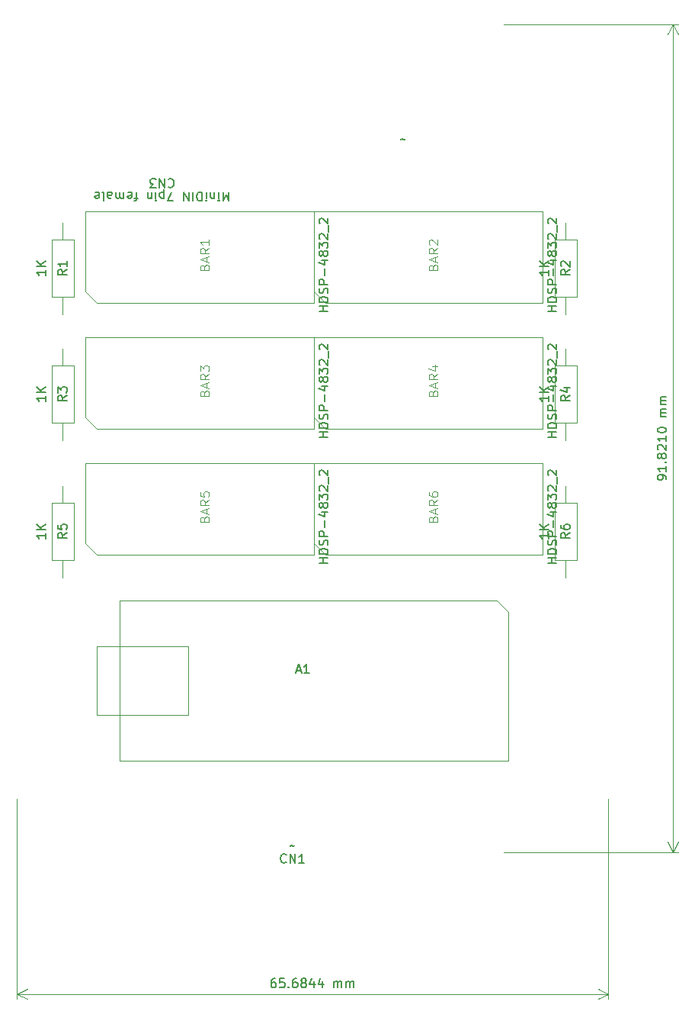
<source format=gbr>
%TF.GenerationSoftware,KiCad,Pcbnew,7.0.10-7.0.10~ubuntu20.04.1*%
%TF.CreationDate,2024-02-04T15:22:38+01:00*%
%TF.ProjectId,tapeadj,74617065-6164-46a2-9e6b-696361645f70,1.0*%
%TF.SameCoordinates,Original*%
%TF.FileFunction,AssemblyDrawing,Top*%
%FSLAX46Y46*%
G04 Gerber Fmt 4.6, Leading zero omitted, Abs format (unit mm)*
G04 Created by KiCad (PCBNEW 7.0.10-7.0.10~ubuntu20.04.1) date 2024-02-04 15:22:38*
%MOMM*%
%LPD*%
G01*
G04 APERTURE LIST*
%ADD10C,0.150000*%
%ADD11C,0.100000*%
G04 APERTURE END LIST*
D10*
X92199343Y-130892819D02*
X92008867Y-130892819D01*
X92008867Y-130892819D02*
X91913629Y-130940438D01*
X91913629Y-130940438D02*
X91866010Y-130988057D01*
X91866010Y-130988057D02*
X91770772Y-131130914D01*
X91770772Y-131130914D02*
X91723153Y-131321390D01*
X91723153Y-131321390D02*
X91723153Y-131702342D01*
X91723153Y-131702342D02*
X91770772Y-131797580D01*
X91770772Y-131797580D02*
X91818391Y-131845200D01*
X91818391Y-131845200D02*
X91913629Y-131892819D01*
X91913629Y-131892819D02*
X92104105Y-131892819D01*
X92104105Y-131892819D02*
X92199343Y-131845200D01*
X92199343Y-131845200D02*
X92246962Y-131797580D01*
X92246962Y-131797580D02*
X92294581Y-131702342D01*
X92294581Y-131702342D02*
X92294581Y-131464247D01*
X92294581Y-131464247D02*
X92246962Y-131369009D01*
X92246962Y-131369009D02*
X92199343Y-131321390D01*
X92199343Y-131321390D02*
X92104105Y-131273771D01*
X92104105Y-131273771D02*
X91913629Y-131273771D01*
X91913629Y-131273771D02*
X91818391Y-131321390D01*
X91818391Y-131321390D02*
X91770772Y-131369009D01*
X91770772Y-131369009D02*
X91723153Y-131464247D01*
X93199343Y-130892819D02*
X92723153Y-130892819D01*
X92723153Y-130892819D02*
X92675534Y-131369009D01*
X92675534Y-131369009D02*
X92723153Y-131321390D01*
X92723153Y-131321390D02*
X92818391Y-131273771D01*
X92818391Y-131273771D02*
X93056486Y-131273771D01*
X93056486Y-131273771D02*
X93151724Y-131321390D01*
X93151724Y-131321390D02*
X93199343Y-131369009D01*
X93199343Y-131369009D02*
X93246962Y-131464247D01*
X93246962Y-131464247D02*
X93246962Y-131702342D01*
X93246962Y-131702342D02*
X93199343Y-131797580D01*
X93199343Y-131797580D02*
X93151724Y-131845200D01*
X93151724Y-131845200D02*
X93056486Y-131892819D01*
X93056486Y-131892819D02*
X92818391Y-131892819D01*
X92818391Y-131892819D02*
X92723153Y-131845200D01*
X92723153Y-131845200D02*
X92675534Y-131797580D01*
X93675534Y-131797580D02*
X93723153Y-131845200D01*
X93723153Y-131845200D02*
X93675534Y-131892819D01*
X93675534Y-131892819D02*
X93627915Y-131845200D01*
X93627915Y-131845200D02*
X93675534Y-131797580D01*
X93675534Y-131797580D02*
X93675534Y-131892819D01*
X94580295Y-130892819D02*
X94389819Y-130892819D01*
X94389819Y-130892819D02*
X94294581Y-130940438D01*
X94294581Y-130940438D02*
X94246962Y-130988057D01*
X94246962Y-130988057D02*
X94151724Y-131130914D01*
X94151724Y-131130914D02*
X94104105Y-131321390D01*
X94104105Y-131321390D02*
X94104105Y-131702342D01*
X94104105Y-131702342D02*
X94151724Y-131797580D01*
X94151724Y-131797580D02*
X94199343Y-131845200D01*
X94199343Y-131845200D02*
X94294581Y-131892819D01*
X94294581Y-131892819D02*
X94485057Y-131892819D01*
X94485057Y-131892819D02*
X94580295Y-131845200D01*
X94580295Y-131845200D02*
X94627914Y-131797580D01*
X94627914Y-131797580D02*
X94675533Y-131702342D01*
X94675533Y-131702342D02*
X94675533Y-131464247D01*
X94675533Y-131464247D02*
X94627914Y-131369009D01*
X94627914Y-131369009D02*
X94580295Y-131321390D01*
X94580295Y-131321390D02*
X94485057Y-131273771D01*
X94485057Y-131273771D02*
X94294581Y-131273771D01*
X94294581Y-131273771D02*
X94199343Y-131321390D01*
X94199343Y-131321390D02*
X94151724Y-131369009D01*
X94151724Y-131369009D02*
X94104105Y-131464247D01*
X95246962Y-131321390D02*
X95151724Y-131273771D01*
X95151724Y-131273771D02*
X95104105Y-131226152D01*
X95104105Y-131226152D02*
X95056486Y-131130914D01*
X95056486Y-131130914D02*
X95056486Y-131083295D01*
X95056486Y-131083295D02*
X95104105Y-130988057D01*
X95104105Y-130988057D02*
X95151724Y-130940438D01*
X95151724Y-130940438D02*
X95246962Y-130892819D01*
X95246962Y-130892819D02*
X95437438Y-130892819D01*
X95437438Y-130892819D02*
X95532676Y-130940438D01*
X95532676Y-130940438D02*
X95580295Y-130988057D01*
X95580295Y-130988057D02*
X95627914Y-131083295D01*
X95627914Y-131083295D02*
X95627914Y-131130914D01*
X95627914Y-131130914D02*
X95580295Y-131226152D01*
X95580295Y-131226152D02*
X95532676Y-131273771D01*
X95532676Y-131273771D02*
X95437438Y-131321390D01*
X95437438Y-131321390D02*
X95246962Y-131321390D01*
X95246962Y-131321390D02*
X95151724Y-131369009D01*
X95151724Y-131369009D02*
X95104105Y-131416628D01*
X95104105Y-131416628D02*
X95056486Y-131511866D01*
X95056486Y-131511866D02*
X95056486Y-131702342D01*
X95056486Y-131702342D02*
X95104105Y-131797580D01*
X95104105Y-131797580D02*
X95151724Y-131845200D01*
X95151724Y-131845200D02*
X95246962Y-131892819D01*
X95246962Y-131892819D02*
X95437438Y-131892819D01*
X95437438Y-131892819D02*
X95532676Y-131845200D01*
X95532676Y-131845200D02*
X95580295Y-131797580D01*
X95580295Y-131797580D02*
X95627914Y-131702342D01*
X95627914Y-131702342D02*
X95627914Y-131511866D01*
X95627914Y-131511866D02*
X95580295Y-131416628D01*
X95580295Y-131416628D02*
X95532676Y-131369009D01*
X95532676Y-131369009D02*
X95437438Y-131321390D01*
X96485057Y-131226152D02*
X96485057Y-131892819D01*
X96246962Y-130845200D02*
X96008867Y-131559485D01*
X96008867Y-131559485D02*
X96627914Y-131559485D01*
X97437438Y-131226152D02*
X97437438Y-131892819D01*
X97199343Y-130845200D02*
X96961248Y-131559485D01*
X96961248Y-131559485D02*
X97580295Y-131559485D01*
X98723153Y-131892819D02*
X98723153Y-131226152D01*
X98723153Y-131321390D02*
X98770772Y-131273771D01*
X98770772Y-131273771D02*
X98866010Y-131226152D01*
X98866010Y-131226152D02*
X99008867Y-131226152D01*
X99008867Y-131226152D02*
X99104105Y-131273771D01*
X99104105Y-131273771D02*
X99151724Y-131369009D01*
X99151724Y-131369009D02*
X99151724Y-131892819D01*
X99151724Y-131369009D02*
X99199343Y-131273771D01*
X99199343Y-131273771D02*
X99294581Y-131226152D01*
X99294581Y-131226152D02*
X99437438Y-131226152D01*
X99437438Y-131226152D02*
X99532677Y-131273771D01*
X99532677Y-131273771D02*
X99580296Y-131369009D01*
X99580296Y-131369009D02*
X99580296Y-131892819D01*
X100056486Y-131892819D02*
X100056486Y-131226152D01*
X100056486Y-131321390D02*
X100104105Y-131273771D01*
X100104105Y-131273771D02*
X100199343Y-131226152D01*
X100199343Y-131226152D02*
X100342200Y-131226152D01*
X100342200Y-131226152D02*
X100437438Y-131273771D01*
X100437438Y-131273771D02*
X100485057Y-131369009D01*
X100485057Y-131369009D02*
X100485057Y-131892819D01*
X100485057Y-131369009D02*
X100532676Y-131273771D01*
X100532676Y-131273771D02*
X100627914Y-131226152D01*
X100627914Y-131226152D02*
X100770771Y-131226152D01*
X100770771Y-131226152D02*
X100866010Y-131273771D01*
X100866010Y-131273771D02*
X100913629Y-131369009D01*
X100913629Y-131369009D02*
X100913629Y-131892819D01*
D11*
X63500000Y-110990000D02*
X63500000Y-133174420D01*
X129184400Y-110990000D02*
X129184400Y-133174420D01*
X63500000Y-132588000D02*
X129184400Y-132588000D01*
X63500000Y-132588000D02*
X129184400Y-132588000D01*
X63500000Y-132588000D02*
X64626504Y-132001579D01*
X63500000Y-132588000D02*
X64626504Y-133174421D01*
X129184400Y-132588000D02*
X128057896Y-133174421D01*
X129184400Y-132588000D02*
X128057896Y-132001579D01*
D10*
X135650070Y-75453308D02*
X135650070Y-75262832D01*
X135650070Y-75262832D02*
X135602451Y-75167594D01*
X135602451Y-75167594D02*
X135554831Y-75119975D01*
X135554831Y-75119975D02*
X135411974Y-75024737D01*
X135411974Y-75024737D02*
X135221498Y-74977118D01*
X135221498Y-74977118D02*
X134840546Y-74977118D01*
X134840546Y-74977118D02*
X134745308Y-75024737D01*
X134745308Y-75024737D02*
X134697689Y-75072356D01*
X134697689Y-75072356D02*
X134650070Y-75167594D01*
X134650070Y-75167594D02*
X134650070Y-75358070D01*
X134650070Y-75358070D02*
X134697689Y-75453308D01*
X134697689Y-75453308D02*
X134745308Y-75500927D01*
X134745308Y-75500927D02*
X134840546Y-75548546D01*
X134840546Y-75548546D02*
X135078641Y-75548546D01*
X135078641Y-75548546D02*
X135173879Y-75500927D01*
X135173879Y-75500927D02*
X135221498Y-75453308D01*
X135221498Y-75453308D02*
X135269117Y-75358070D01*
X135269117Y-75358070D02*
X135269117Y-75167594D01*
X135269117Y-75167594D02*
X135221498Y-75072356D01*
X135221498Y-75072356D02*
X135173879Y-75024737D01*
X135173879Y-75024737D02*
X135078641Y-74977118D01*
X135650070Y-74024737D02*
X135650070Y-74596165D01*
X135650070Y-74310451D02*
X134650070Y-74310451D01*
X134650070Y-74310451D02*
X134792927Y-74405689D01*
X134792927Y-74405689D02*
X134888165Y-74500927D01*
X134888165Y-74500927D02*
X134935784Y-74596165D01*
X135554831Y-73596165D02*
X135602451Y-73548546D01*
X135602451Y-73548546D02*
X135650070Y-73596165D01*
X135650070Y-73596165D02*
X135602451Y-73643784D01*
X135602451Y-73643784D02*
X135554831Y-73596165D01*
X135554831Y-73596165D02*
X135650070Y-73596165D01*
X135078641Y-72977118D02*
X135031022Y-73072356D01*
X135031022Y-73072356D02*
X134983403Y-73119975D01*
X134983403Y-73119975D02*
X134888165Y-73167594D01*
X134888165Y-73167594D02*
X134840546Y-73167594D01*
X134840546Y-73167594D02*
X134745308Y-73119975D01*
X134745308Y-73119975D02*
X134697689Y-73072356D01*
X134697689Y-73072356D02*
X134650070Y-72977118D01*
X134650070Y-72977118D02*
X134650070Y-72786642D01*
X134650070Y-72786642D02*
X134697689Y-72691404D01*
X134697689Y-72691404D02*
X134745308Y-72643785D01*
X134745308Y-72643785D02*
X134840546Y-72596166D01*
X134840546Y-72596166D02*
X134888165Y-72596166D01*
X134888165Y-72596166D02*
X134983403Y-72643785D01*
X134983403Y-72643785D02*
X135031022Y-72691404D01*
X135031022Y-72691404D02*
X135078641Y-72786642D01*
X135078641Y-72786642D02*
X135078641Y-72977118D01*
X135078641Y-72977118D02*
X135126260Y-73072356D01*
X135126260Y-73072356D02*
X135173879Y-73119975D01*
X135173879Y-73119975D02*
X135269117Y-73167594D01*
X135269117Y-73167594D02*
X135459593Y-73167594D01*
X135459593Y-73167594D02*
X135554831Y-73119975D01*
X135554831Y-73119975D02*
X135602451Y-73072356D01*
X135602451Y-73072356D02*
X135650070Y-72977118D01*
X135650070Y-72977118D02*
X135650070Y-72786642D01*
X135650070Y-72786642D02*
X135602451Y-72691404D01*
X135602451Y-72691404D02*
X135554831Y-72643785D01*
X135554831Y-72643785D02*
X135459593Y-72596166D01*
X135459593Y-72596166D02*
X135269117Y-72596166D01*
X135269117Y-72596166D02*
X135173879Y-72643785D01*
X135173879Y-72643785D02*
X135126260Y-72691404D01*
X135126260Y-72691404D02*
X135078641Y-72786642D01*
X134745308Y-72215213D02*
X134697689Y-72167594D01*
X134697689Y-72167594D02*
X134650070Y-72072356D01*
X134650070Y-72072356D02*
X134650070Y-71834261D01*
X134650070Y-71834261D02*
X134697689Y-71739023D01*
X134697689Y-71739023D02*
X134745308Y-71691404D01*
X134745308Y-71691404D02*
X134840546Y-71643785D01*
X134840546Y-71643785D02*
X134935784Y-71643785D01*
X134935784Y-71643785D02*
X135078641Y-71691404D01*
X135078641Y-71691404D02*
X135650070Y-72262832D01*
X135650070Y-72262832D02*
X135650070Y-71643785D01*
X135650070Y-70691404D02*
X135650070Y-71262832D01*
X135650070Y-70977118D02*
X134650070Y-70977118D01*
X134650070Y-70977118D02*
X134792927Y-71072356D01*
X134792927Y-71072356D02*
X134888165Y-71167594D01*
X134888165Y-71167594D02*
X134935784Y-71262832D01*
X134650070Y-70072356D02*
X134650070Y-69977118D01*
X134650070Y-69977118D02*
X134697689Y-69881880D01*
X134697689Y-69881880D02*
X134745308Y-69834261D01*
X134745308Y-69834261D02*
X134840546Y-69786642D01*
X134840546Y-69786642D02*
X135031022Y-69739023D01*
X135031022Y-69739023D02*
X135269117Y-69739023D01*
X135269117Y-69739023D02*
X135459593Y-69786642D01*
X135459593Y-69786642D02*
X135554831Y-69834261D01*
X135554831Y-69834261D02*
X135602451Y-69881880D01*
X135602451Y-69881880D02*
X135650070Y-69977118D01*
X135650070Y-69977118D02*
X135650070Y-70072356D01*
X135650070Y-70072356D02*
X135602451Y-70167594D01*
X135602451Y-70167594D02*
X135554831Y-70215213D01*
X135554831Y-70215213D02*
X135459593Y-70262832D01*
X135459593Y-70262832D02*
X135269117Y-70310451D01*
X135269117Y-70310451D02*
X135031022Y-70310451D01*
X135031022Y-70310451D02*
X134840546Y-70262832D01*
X134840546Y-70262832D02*
X134745308Y-70215213D01*
X134745308Y-70215213D02*
X134697689Y-70167594D01*
X134697689Y-70167594D02*
X134650070Y-70072356D01*
X135650070Y-68548546D02*
X134983403Y-68548546D01*
X135078641Y-68548546D02*
X135031022Y-68500927D01*
X135031022Y-68500927D02*
X134983403Y-68405689D01*
X134983403Y-68405689D02*
X134983403Y-68262832D01*
X134983403Y-68262832D02*
X135031022Y-68167594D01*
X135031022Y-68167594D02*
X135126260Y-68119975D01*
X135126260Y-68119975D02*
X135650070Y-68119975D01*
X135126260Y-68119975D02*
X135031022Y-68072356D01*
X135031022Y-68072356D02*
X134983403Y-67977118D01*
X134983403Y-67977118D02*
X134983403Y-67834261D01*
X134983403Y-67834261D02*
X135031022Y-67739022D01*
X135031022Y-67739022D02*
X135126260Y-67691403D01*
X135126260Y-67691403D02*
X135650070Y-67691403D01*
X135650070Y-67215213D02*
X134983403Y-67215213D01*
X135078641Y-67215213D02*
X135031022Y-67167594D01*
X135031022Y-67167594D02*
X134983403Y-67072356D01*
X134983403Y-67072356D02*
X134983403Y-66929499D01*
X134983403Y-66929499D02*
X135031022Y-66834261D01*
X135031022Y-66834261D02*
X135126260Y-66786642D01*
X135126260Y-66786642D02*
X135650070Y-66786642D01*
X135126260Y-66786642D02*
X135031022Y-66739023D01*
X135031022Y-66739023D02*
X134983403Y-66643785D01*
X134983403Y-66643785D02*
X134983403Y-66500928D01*
X134983403Y-66500928D02*
X135031022Y-66405689D01*
X135031022Y-66405689D02*
X135126260Y-66358070D01*
X135126260Y-66358070D02*
X135650070Y-66358070D01*
D11*
X117594000Y-25019000D02*
X136931671Y-25019000D01*
X117594000Y-116840000D02*
X136931671Y-116840000D01*
X136345251Y-25019000D02*
X136345251Y-116840000D01*
X136345251Y-25019000D02*
X136345251Y-116840000D01*
X136345251Y-25019000D02*
X136931672Y-26145504D01*
X136345251Y-25019000D02*
X135758830Y-26145504D01*
X136345251Y-116840000D02*
X135758830Y-115713496D01*
X136345251Y-116840000D02*
X136931672Y-115713496D01*
D10*
X93835651Y-116189036D02*
X93883270Y-116141417D01*
X93883270Y-116141417D02*
X93978508Y-116093798D01*
X93978508Y-116093798D02*
X94168984Y-116189036D01*
X94168984Y-116189036D02*
X94264222Y-116141417D01*
X94264222Y-116141417D02*
X94311841Y-116093798D01*
X93407079Y-117974750D02*
X93359460Y-118022370D01*
X93359460Y-118022370D02*
X93216603Y-118069989D01*
X93216603Y-118069989D02*
X93121365Y-118069989D01*
X93121365Y-118069989D02*
X92978508Y-118022370D01*
X92978508Y-118022370D02*
X92883270Y-117927131D01*
X92883270Y-117927131D02*
X92835651Y-117831893D01*
X92835651Y-117831893D02*
X92788032Y-117641417D01*
X92788032Y-117641417D02*
X92788032Y-117498560D01*
X92788032Y-117498560D02*
X92835651Y-117308084D01*
X92835651Y-117308084D02*
X92883270Y-117212846D01*
X92883270Y-117212846D02*
X92978508Y-117117608D01*
X92978508Y-117117608D02*
X93121365Y-117069989D01*
X93121365Y-117069989D02*
X93216603Y-117069989D01*
X93216603Y-117069989D02*
X93359460Y-117117608D01*
X93359460Y-117117608D02*
X93407079Y-117165227D01*
X93835651Y-118069989D02*
X93835651Y-117069989D01*
X93835651Y-117069989D02*
X94407079Y-118069989D01*
X94407079Y-118069989D02*
X94407079Y-117069989D01*
X95407079Y-118069989D02*
X94835651Y-118069989D01*
X95121365Y-118069989D02*
X95121365Y-117069989D01*
X95121365Y-117069989D02*
X95026127Y-117212846D01*
X95026127Y-117212846D02*
X94930889Y-117308084D01*
X94930889Y-117308084D02*
X94835651Y-117355703D01*
X122544819Y-66254285D02*
X122544819Y-66825713D01*
X122544819Y-66539999D02*
X121544819Y-66539999D01*
X121544819Y-66539999D02*
X121687676Y-66635237D01*
X121687676Y-66635237D02*
X121782914Y-66730475D01*
X121782914Y-66730475D02*
X121830533Y-66825713D01*
X122544819Y-65825713D02*
X121544819Y-65825713D01*
X122544819Y-65254285D02*
X121973390Y-65682856D01*
X121544819Y-65254285D02*
X122116247Y-65825713D01*
X124914819Y-66206666D02*
X124438628Y-66539999D01*
X124914819Y-66778094D02*
X123914819Y-66778094D01*
X123914819Y-66778094D02*
X123914819Y-66397142D01*
X123914819Y-66397142D02*
X123962438Y-66301904D01*
X123962438Y-66301904D02*
X124010057Y-66254285D01*
X124010057Y-66254285D02*
X124105295Y-66206666D01*
X124105295Y-66206666D02*
X124248152Y-66206666D01*
X124248152Y-66206666D02*
X124343390Y-66254285D01*
X124343390Y-66254285D02*
X124391009Y-66301904D01*
X124391009Y-66301904D02*
X124438628Y-66397142D01*
X124438628Y-66397142D02*
X124438628Y-66778094D01*
X124248152Y-65349523D02*
X124914819Y-65349523D01*
X123867200Y-65587618D02*
X124581485Y-65825713D01*
X124581485Y-65825713D02*
X124581485Y-65206666D01*
X122544819Y-81494285D02*
X122544819Y-82065713D01*
X122544819Y-81779999D02*
X121544819Y-81779999D01*
X121544819Y-81779999D02*
X121687676Y-81875237D01*
X121687676Y-81875237D02*
X121782914Y-81970475D01*
X121782914Y-81970475D02*
X121830533Y-82065713D01*
X122544819Y-81065713D02*
X121544819Y-81065713D01*
X122544819Y-80494285D02*
X121973390Y-80922856D01*
X121544819Y-80494285D02*
X122116247Y-81065713D01*
X124914819Y-81446666D02*
X124438628Y-81779999D01*
X124914819Y-82018094D02*
X123914819Y-82018094D01*
X123914819Y-82018094D02*
X123914819Y-81637142D01*
X123914819Y-81637142D02*
X123962438Y-81541904D01*
X123962438Y-81541904D02*
X124010057Y-81494285D01*
X124010057Y-81494285D02*
X124105295Y-81446666D01*
X124105295Y-81446666D02*
X124248152Y-81446666D01*
X124248152Y-81446666D02*
X124343390Y-81494285D01*
X124343390Y-81494285D02*
X124391009Y-81541904D01*
X124391009Y-81541904D02*
X124438628Y-81637142D01*
X124438628Y-81637142D02*
X124438628Y-82018094D01*
X123914819Y-80589523D02*
X123914819Y-80779999D01*
X123914819Y-80779999D02*
X123962438Y-80875237D01*
X123962438Y-80875237D02*
X124010057Y-80922856D01*
X124010057Y-80922856D02*
X124152914Y-81018094D01*
X124152914Y-81018094D02*
X124343390Y-81065713D01*
X124343390Y-81065713D02*
X124724342Y-81065713D01*
X124724342Y-81065713D02*
X124819580Y-81018094D01*
X124819580Y-81018094D02*
X124867200Y-80970475D01*
X124867200Y-80970475D02*
X124914819Y-80875237D01*
X124914819Y-80875237D02*
X124914819Y-80684761D01*
X124914819Y-80684761D02*
X124867200Y-80589523D01*
X124867200Y-80589523D02*
X124819580Y-80541904D01*
X124819580Y-80541904D02*
X124724342Y-80494285D01*
X124724342Y-80494285D02*
X124486247Y-80494285D01*
X124486247Y-80494285D02*
X124391009Y-80541904D01*
X124391009Y-80541904D02*
X124343390Y-80589523D01*
X124343390Y-80589523D02*
X124295771Y-80684761D01*
X124295771Y-80684761D02*
X124295771Y-80875237D01*
X124295771Y-80875237D02*
X124343390Y-80970475D01*
X124343390Y-80970475D02*
X124391009Y-81018094D01*
X124391009Y-81018094D02*
X124486247Y-81065713D01*
X123444819Y-70832856D02*
X122444819Y-70832856D01*
X122921009Y-70832856D02*
X122921009Y-70261428D01*
X123444819Y-70261428D02*
X122444819Y-70261428D01*
X123444819Y-69785237D02*
X122444819Y-69785237D01*
X122444819Y-69785237D02*
X122444819Y-69547142D01*
X122444819Y-69547142D02*
X122492438Y-69404285D01*
X122492438Y-69404285D02*
X122587676Y-69309047D01*
X122587676Y-69309047D02*
X122682914Y-69261428D01*
X122682914Y-69261428D02*
X122873390Y-69213809D01*
X122873390Y-69213809D02*
X123016247Y-69213809D01*
X123016247Y-69213809D02*
X123206723Y-69261428D01*
X123206723Y-69261428D02*
X123301961Y-69309047D01*
X123301961Y-69309047D02*
X123397200Y-69404285D01*
X123397200Y-69404285D02*
X123444819Y-69547142D01*
X123444819Y-69547142D02*
X123444819Y-69785237D01*
X123397200Y-68832856D02*
X123444819Y-68689999D01*
X123444819Y-68689999D02*
X123444819Y-68451904D01*
X123444819Y-68451904D02*
X123397200Y-68356666D01*
X123397200Y-68356666D02*
X123349580Y-68309047D01*
X123349580Y-68309047D02*
X123254342Y-68261428D01*
X123254342Y-68261428D02*
X123159104Y-68261428D01*
X123159104Y-68261428D02*
X123063866Y-68309047D01*
X123063866Y-68309047D02*
X123016247Y-68356666D01*
X123016247Y-68356666D02*
X122968628Y-68451904D01*
X122968628Y-68451904D02*
X122921009Y-68642380D01*
X122921009Y-68642380D02*
X122873390Y-68737618D01*
X122873390Y-68737618D02*
X122825771Y-68785237D01*
X122825771Y-68785237D02*
X122730533Y-68832856D01*
X122730533Y-68832856D02*
X122635295Y-68832856D01*
X122635295Y-68832856D02*
X122540057Y-68785237D01*
X122540057Y-68785237D02*
X122492438Y-68737618D01*
X122492438Y-68737618D02*
X122444819Y-68642380D01*
X122444819Y-68642380D02*
X122444819Y-68404285D01*
X122444819Y-68404285D02*
X122492438Y-68261428D01*
X123444819Y-67832856D02*
X122444819Y-67832856D01*
X122444819Y-67832856D02*
X122444819Y-67451904D01*
X122444819Y-67451904D02*
X122492438Y-67356666D01*
X122492438Y-67356666D02*
X122540057Y-67309047D01*
X122540057Y-67309047D02*
X122635295Y-67261428D01*
X122635295Y-67261428D02*
X122778152Y-67261428D01*
X122778152Y-67261428D02*
X122873390Y-67309047D01*
X122873390Y-67309047D02*
X122921009Y-67356666D01*
X122921009Y-67356666D02*
X122968628Y-67451904D01*
X122968628Y-67451904D02*
X122968628Y-67832856D01*
X123063866Y-66832856D02*
X123063866Y-66070952D01*
X122778152Y-65166190D02*
X123444819Y-65166190D01*
X122397200Y-65404285D02*
X123111485Y-65642380D01*
X123111485Y-65642380D02*
X123111485Y-65023333D01*
X122873390Y-64499523D02*
X122825771Y-64594761D01*
X122825771Y-64594761D02*
X122778152Y-64642380D01*
X122778152Y-64642380D02*
X122682914Y-64689999D01*
X122682914Y-64689999D02*
X122635295Y-64689999D01*
X122635295Y-64689999D02*
X122540057Y-64642380D01*
X122540057Y-64642380D02*
X122492438Y-64594761D01*
X122492438Y-64594761D02*
X122444819Y-64499523D01*
X122444819Y-64499523D02*
X122444819Y-64309047D01*
X122444819Y-64309047D02*
X122492438Y-64213809D01*
X122492438Y-64213809D02*
X122540057Y-64166190D01*
X122540057Y-64166190D02*
X122635295Y-64118571D01*
X122635295Y-64118571D02*
X122682914Y-64118571D01*
X122682914Y-64118571D02*
X122778152Y-64166190D01*
X122778152Y-64166190D02*
X122825771Y-64213809D01*
X122825771Y-64213809D02*
X122873390Y-64309047D01*
X122873390Y-64309047D02*
X122873390Y-64499523D01*
X122873390Y-64499523D02*
X122921009Y-64594761D01*
X122921009Y-64594761D02*
X122968628Y-64642380D01*
X122968628Y-64642380D02*
X123063866Y-64689999D01*
X123063866Y-64689999D02*
X123254342Y-64689999D01*
X123254342Y-64689999D02*
X123349580Y-64642380D01*
X123349580Y-64642380D02*
X123397200Y-64594761D01*
X123397200Y-64594761D02*
X123444819Y-64499523D01*
X123444819Y-64499523D02*
X123444819Y-64309047D01*
X123444819Y-64309047D02*
X123397200Y-64213809D01*
X123397200Y-64213809D02*
X123349580Y-64166190D01*
X123349580Y-64166190D02*
X123254342Y-64118571D01*
X123254342Y-64118571D02*
X123063866Y-64118571D01*
X123063866Y-64118571D02*
X122968628Y-64166190D01*
X122968628Y-64166190D02*
X122921009Y-64213809D01*
X122921009Y-64213809D02*
X122873390Y-64309047D01*
X122444819Y-63785237D02*
X122444819Y-63166190D01*
X122444819Y-63166190D02*
X122825771Y-63499523D01*
X122825771Y-63499523D02*
X122825771Y-63356666D01*
X122825771Y-63356666D02*
X122873390Y-63261428D01*
X122873390Y-63261428D02*
X122921009Y-63213809D01*
X122921009Y-63213809D02*
X123016247Y-63166190D01*
X123016247Y-63166190D02*
X123254342Y-63166190D01*
X123254342Y-63166190D02*
X123349580Y-63213809D01*
X123349580Y-63213809D02*
X123397200Y-63261428D01*
X123397200Y-63261428D02*
X123444819Y-63356666D01*
X123444819Y-63356666D02*
X123444819Y-63642380D01*
X123444819Y-63642380D02*
X123397200Y-63737618D01*
X123397200Y-63737618D02*
X123349580Y-63785237D01*
X122540057Y-62785237D02*
X122492438Y-62737618D01*
X122492438Y-62737618D02*
X122444819Y-62642380D01*
X122444819Y-62642380D02*
X122444819Y-62404285D01*
X122444819Y-62404285D02*
X122492438Y-62309047D01*
X122492438Y-62309047D02*
X122540057Y-62261428D01*
X122540057Y-62261428D02*
X122635295Y-62213809D01*
X122635295Y-62213809D02*
X122730533Y-62213809D01*
X122730533Y-62213809D02*
X122873390Y-62261428D01*
X122873390Y-62261428D02*
X123444819Y-62832856D01*
X123444819Y-62832856D02*
X123444819Y-62213809D01*
X123540057Y-62023333D02*
X123540057Y-61261428D01*
X122540057Y-61070951D02*
X122492438Y-61023332D01*
X122492438Y-61023332D02*
X122444819Y-60928094D01*
X122444819Y-60928094D02*
X122444819Y-60689999D01*
X122444819Y-60689999D02*
X122492438Y-60594761D01*
X122492438Y-60594761D02*
X122540057Y-60547142D01*
X122540057Y-60547142D02*
X122635295Y-60499523D01*
X122635295Y-60499523D02*
X122730533Y-60499523D01*
X122730533Y-60499523D02*
X122873390Y-60547142D01*
X122873390Y-60547142D02*
X123444819Y-61118570D01*
X123444819Y-61118570D02*
X123444819Y-60499523D01*
D11*
X109723609Y-65913333D02*
X109771228Y-65770476D01*
X109771228Y-65770476D02*
X109818847Y-65722857D01*
X109818847Y-65722857D02*
X109914085Y-65675238D01*
X109914085Y-65675238D02*
X110056942Y-65675238D01*
X110056942Y-65675238D02*
X110152180Y-65722857D01*
X110152180Y-65722857D02*
X110199800Y-65770476D01*
X110199800Y-65770476D02*
X110247419Y-65865714D01*
X110247419Y-65865714D02*
X110247419Y-66246666D01*
X110247419Y-66246666D02*
X109247419Y-66246666D01*
X109247419Y-66246666D02*
X109247419Y-65913333D01*
X109247419Y-65913333D02*
X109295038Y-65818095D01*
X109295038Y-65818095D02*
X109342657Y-65770476D01*
X109342657Y-65770476D02*
X109437895Y-65722857D01*
X109437895Y-65722857D02*
X109533133Y-65722857D01*
X109533133Y-65722857D02*
X109628371Y-65770476D01*
X109628371Y-65770476D02*
X109675990Y-65818095D01*
X109675990Y-65818095D02*
X109723609Y-65913333D01*
X109723609Y-65913333D02*
X109723609Y-66246666D01*
X109961704Y-65294285D02*
X109961704Y-64818095D01*
X110247419Y-65389523D02*
X109247419Y-65056190D01*
X109247419Y-65056190D02*
X110247419Y-64722857D01*
X110247419Y-63818095D02*
X109771228Y-64151428D01*
X110247419Y-64389523D02*
X109247419Y-64389523D01*
X109247419Y-64389523D02*
X109247419Y-64008571D01*
X109247419Y-64008571D02*
X109295038Y-63913333D01*
X109295038Y-63913333D02*
X109342657Y-63865714D01*
X109342657Y-63865714D02*
X109437895Y-63818095D01*
X109437895Y-63818095D02*
X109580752Y-63818095D01*
X109580752Y-63818095D02*
X109675990Y-63865714D01*
X109675990Y-63865714D02*
X109723609Y-63913333D01*
X109723609Y-63913333D02*
X109771228Y-64008571D01*
X109771228Y-64008571D02*
X109771228Y-64389523D01*
X109580752Y-62960952D02*
X110247419Y-62960952D01*
X109199800Y-63199047D02*
X109914085Y-63437142D01*
X109914085Y-63437142D02*
X109914085Y-62818095D01*
D10*
X66664819Y-66254285D02*
X66664819Y-66825713D01*
X66664819Y-66539999D02*
X65664819Y-66539999D01*
X65664819Y-66539999D02*
X65807676Y-66635237D01*
X65807676Y-66635237D02*
X65902914Y-66730475D01*
X65902914Y-66730475D02*
X65950533Y-66825713D01*
X66664819Y-65825713D02*
X65664819Y-65825713D01*
X66664819Y-65254285D02*
X66093390Y-65682856D01*
X65664819Y-65254285D02*
X66236247Y-65825713D01*
X69034819Y-66206666D02*
X68558628Y-66539999D01*
X69034819Y-66778094D02*
X68034819Y-66778094D01*
X68034819Y-66778094D02*
X68034819Y-66397142D01*
X68034819Y-66397142D02*
X68082438Y-66301904D01*
X68082438Y-66301904D02*
X68130057Y-66254285D01*
X68130057Y-66254285D02*
X68225295Y-66206666D01*
X68225295Y-66206666D02*
X68368152Y-66206666D01*
X68368152Y-66206666D02*
X68463390Y-66254285D01*
X68463390Y-66254285D02*
X68511009Y-66301904D01*
X68511009Y-66301904D02*
X68558628Y-66397142D01*
X68558628Y-66397142D02*
X68558628Y-66778094D01*
X68034819Y-65873332D02*
X68034819Y-65254285D01*
X68034819Y-65254285D02*
X68415771Y-65587618D01*
X68415771Y-65587618D02*
X68415771Y-65444761D01*
X68415771Y-65444761D02*
X68463390Y-65349523D01*
X68463390Y-65349523D02*
X68511009Y-65301904D01*
X68511009Y-65301904D02*
X68606247Y-65254285D01*
X68606247Y-65254285D02*
X68844342Y-65254285D01*
X68844342Y-65254285D02*
X68939580Y-65301904D01*
X68939580Y-65301904D02*
X68987200Y-65349523D01*
X68987200Y-65349523D02*
X69034819Y-65444761D01*
X69034819Y-65444761D02*
X69034819Y-65730475D01*
X69034819Y-65730475D02*
X68987200Y-65825713D01*
X68987200Y-65825713D02*
X68939580Y-65873332D01*
X123444819Y-56862856D02*
X122444819Y-56862856D01*
X122921009Y-56862856D02*
X122921009Y-56291428D01*
X123444819Y-56291428D02*
X122444819Y-56291428D01*
X123444819Y-55815237D02*
X122444819Y-55815237D01*
X122444819Y-55815237D02*
X122444819Y-55577142D01*
X122444819Y-55577142D02*
X122492438Y-55434285D01*
X122492438Y-55434285D02*
X122587676Y-55339047D01*
X122587676Y-55339047D02*
X122682914Y-55291428D01*
X122682914Y-55291428D02*
X122873390Y-55243809D01*
X122873390Y-55243809D02*
X123016247Y-55243809D01*
X123016247Y-55243809D02*
X123206723Y-55291428D01*
X123206723Y-55291428D02*
X123301961Y-55339047D01*
X123301961Y-55339047D02*
X123397200Y-55434285D01*
X123397200Y-55434285D02*
X123444819Y-55577142D01*
X123444819Y-55577142D02*
X123444819Y-55815237D01*
X123397200Y-54862856D02*
X123444819Y-54719999D01*
X123444819Y-54719999D02*
X123444819Y-54481904D01*
X123444819Y-54481904D02*
X123397200Y-54386666D01*
X123397200Y-54386666D02*
X123349580Y-54339047D01*
X123349580Y-54339047D02*
X123254342Y-54291428D01*
X123254342Y-54291428D02*
X123159104Y-54291428D01*
X123159104Y-54291428D02*
X123063866Y-54339047D01*
X123063866Y-54339047D02*
X123016247Y-54386666D01*
X123016247Y-54386666D02*
X122968628Y-54481904D01*
X122968628Y-54481904D02*
X122921009Y-54672380D01*
X122921009Y-54672380D02*
X122873390Y-54767618D01*
X122873390Y-54767618D02*
X122825771Y-54815237D01*
X122825771Y-54815237D02*
X122730533Y-54862856D01*
X122730533Y-54862856D02*
X122635295Y-54862856D01*
X122635295Y-54862856D02*
X122540057Y-54815237D01*
X122540057Y-54815237D02*
X122492438Y-54767618D01*
X122492438Y-54767618D02*
X122444819Y-54672380D01*
X122444819Y-54672380D02*
X122444819Y-54434285D01*
X122444819Y-54434285D02*
X122492438Y-54291428D01*
X123444819Y-53862856D02*
X122444819Y-53862856D01*
X122444819Y-53862856D02*
X122444819Y-53481904D01*
X122444819Y-53481904D02*
X122492438Y-53386666D01*
X122492438Y-53386666D02*
X122540057Y-53339047D01*
X122540057Y-53339047D02*
X122635295Y-53291428D01*
X122635295Y-53291428D02*
X122778152Y-53291428D01*
X122778152Y-53291428D02*
X122873390Y-53339047D01*
X122873390Y-53339047D02*
X122921009Y-53386666D01*
X122921009Y-53386666D02*
X122968628Y-53481904D01*
X122968628Y-53481904D02*
X122968628Y-53862856D01*
X123063866Y-52862856D02*
X123063866Y-52100952D01*
X122778152Y-51196190D02*
X123444819Y-51196190D01*
X122397200Y-51434285D02*
X123111485Y-51672380D01*
X123111485Y-51672380D02*
X123111485Y-51053333D01*
X122873390Y-50529523D02*
X122825771Y-50624761D01*
X122825771Y-50624761D02*
X122778152Y-50672380D01*
X122778152Y-50672380D02*
X122682914Y-50719999D01*
X122682914Y-50719999D02*
X122635295Y-50719999D01*
X122635295Y-50719999D02*
X122540057Y-50672380D01*
X122540057Y-50672380D02*
X122492438Y-50624761D01*
X122492438Y-50624761D02*
X122444819Y-50529523D01*
X122444819Y-50529523D02*
X122444819Y-50339047D01*
X122444819Y-50339047D02*
X122492438Y-50243809D01*
X122492438Y-50243809D02*
X122540057Y-50196190D01*
X122540057Y-50196190D02*
X122635295Y-50148571D01*
X122635295Y-50148571D02*
X122682914Y-50148571D01*
X122682914Y-50148571D02*
X122778152Y-50196190D01*
X122778152Y-50196190D02*
X122825771Y-50243809D01*
X122825771Y-50243809D02*
X122873390Y-50339047D01*
X122873390Y-50339047D02*
X122873390Y-50529523D01*
X122873390Y-50529523D02*
X122921009Y-50624761D01*
X122921009Y-50624761D02*
X122968628Y-50672380D01*
X122968628Y-50672380D02*
X123063866Y-50719999D01*
X123063866Y-50719999D02*
X123254342Y-50719999D01*
X123254342Y-50719999D02*
X123349580Y-50672380D01*
X123349580Y-50672380D02*
X123397200Y-50624761D01*
X123397200Y-50624761D02*
X123444819Y-50529523D01*
X123444819Y-50529523D02*
X123444819Y-50339047D01*
X123444819Y-50339047D02*
X123397200Y-50243809D01*
X123397200Y-50243809D02*
X123349580Y-50196190D01*
X123349580Y-50196190D02*
X123254342Y-50148571D01*
X123254342Y-50148571D02*
X123063866Y-50148571D01*
X123063866Y-50148571D02*
X122968628Y-50196190D01*
X122968628Y-50196190D02*
X122921009Y-50243809D01*
X122921009Y-50243809D02*
X122873390Y-50339047D01*
X122444819Y-49815237D02*
X122444819Y-49196190D01*
X122444819Y-49196190D02*
X122825771Y-49529523D01*
X122825771Y-49529523D02*
X122825771Y-49386666D01*
X122825771Y-49386666D02*
X122873390Y-49291428D01*
X122873390Y-49291428D02*
X122921009Y-49243809D01*
X122921009Y-49243809D02*
X123016247Y-49196190D01*
X123016247Y-49196190D02*
X123254342Y-49196190D01*
X123254342Y-49196190D02*
X123349580Y-49243809D01*
X123349580Y-49243809D02*
X123397200Y-49291428D01*
X123397200Y-49291428D02*
X123444819Y-49386666D01*
X123444819Y-49386666D02*
X123444819Y-49672380D01*
X123444819Y-49672380D02*
X123397200Y-49767618D01*
X123397200Y-49767618D02*
X123349580Y-49815237D01*
X122540057Y-48815237D02*
X122492438Y-48767618D01*
X122492438Y-48767618D02*
X122444819Y-48672380D01*
X122444819Y-48672380D02*
X122444819Y-48434285D01*
X122444819Y-48434285D02*
X122492438Y-48339047D01*
X122492438Y-48339047D02*
X122540057Y-48291428D01*
X122540057Y-48291428D02*
X122635295Y-48243809D01*
X122635295Y-48243809D02*
X122730533Y-48243809D01*
X122730533Y-48243809D02*
X122873390Y-48291428D01*
X122873390Y-48291428D02*
X123444819Y-48862856D01*
X123444819Y-48862856D02*
X123444819Y-48243809D01*
X123540057Y-48053333D02*
X123540057Y-47291428D01*
X122540057Y-47100951D02*
X122492438Y-47053332D01*
X122492438Y-47053332D02*
X122444819Y-46958094D01*
X122444819Y-46958094D02*
X122444819Y-46719999D01*
X122444819Y-46719999D02*
X122492438Y-46624761D01*
X122492438Y-46624761D02*
X122540057Y-46577142D01*
X122540057Y-46577142D02*
X122635295Y-46529523D01*
X122635295Y-46529523D02*
X122730533Y-46529523D01*
X122730533Y-46529523D02*
X122873390Y-46577142D01*
X122873390Y-46577142D02*
X123444819Y-47148570D01*
X123444819Y-47148570D02*
X123444819Y-46529523D01*
D11*
X109723609Y-51943333D02*
X109771228Y-51800476D01*
X109771228Y-51800476D02*
X109818847Y-51752857D01*
X109818847Y-51752857D02*
X109914085Y-51705238D01*
X109914085Y-51705238D02*
X110056942Y-51705238D01*
X110056942Y-51705238D02*
X110152180Y-51752857D01*
X110152180Y-51752857D02*
X110199800Y-51800476D01*
X110199800Y-51800476D02*
X110247419Y-51895714D01*
X110247419Y-51895714D02*
X110247419Y-52276666D01*
X110247419Y-52276666D02*
X109247419Y-52276666D01*
X109247419Y-52276666D02*
X109247419Y-51943333D01*
X109247419Y-51943333D02*
X109295038Y-51848095D01*
X109295038Y-51848095D02*
X109342657Y-51800476D01*
X109342657Y-51800476D02*
X109437895Y-51752857D01*
X109437895Y-51752857D02*
X109533133Y-51752857D01*
X109533133Y-51752857D02*
X109628371Y-51800476D01*
X109628371Y-51800476D02*
X109675990Y-51848095D01*
X109675990Y-51848095D02*
X109723609Y-51943333D01*
X109723609Y-51943333D02*
X109723609Y-52276666D01*
X109961704Y-51324285D02*
X109961704Y-50848095D01*
X110247419Y-51419523D02*
X109247419Y-51086190D01*
X109247419Y-51086190D02*
X110247419Y-50752857D01*
X110247419Y-49848095D02*
X109771228Y-50181428D01*
X110247419Y-50419523D02*
X109247419Y-50419523D01*
X109247419Y-50419523D02*
X109247419Y-50038571D01*
X109247419Y-50038571D02*
X109295038Y-49943333D01*
X109295038Y-49943333D02*
X109342657Y-49895714D01*
X109342657Y-49895714D02*
X109437895Y-49848095D01*
X109437895Y-49848095D02*
X109580752Y-49848095D01*
X109580752Y-49848095D02*
X109675990Y-49895714D01*
X109675990Y-49895714D02*
X109723609Y-49943333D01*
X109723609Y-49943333D02*
X109771228Y-50038571D01*
X109771228Y-50038571D02*
X109771228Y-50419523D01*
X109342657Y-49467142D02*
X109295038Y-49419523D01*
X109295038Y-49419523D02*
X109247419Y-49324285D01*
X109247419Y-49324285D02*
X109247419Y-49086190D01*
X109247419Y-49086190D02*
X109295038Y-48990952D01*
X109295038Y-48990952D02*
X109342657Y-48943333D01*
X109342657Y-48943333D02*
X109437895Y-48895714D01*
X109437895Y-48895714D02*
X109533133Y-48895714D01*
X109533133Y-48895714D02*
X109675990Y-48943333D01*
X109675990Y-48943333D02*
X110247419Y-49514761D01*
X110247419Y-49514761D02*
X110247419Y-48895714D01*
D10*
X98044819Y-56862856D02*
X97044819Y-56862856D01*
X97521009Y-56862856D02*
X97521009Y-56291428D01*
X98044819Y-56291428D02*
X97044819Y-56291428D01*
X98044819Y-55815237D02*
X97044819Y-55815237D01*
X97044819Y-55815237D02*
X97044819Y-55577142D01*
X97044819Y-55577142D02*
X97092438Y-55434285D01*
X97092438Y-55434285D02*
X97187676Y-55339047D01*
X97187676Y-55339047D02*
X97282914Y-55291428D01*
X97282914Y-55291428D02*
X97473390Y-55243809D01*
X97473390Y-55243809D02*
X97616247Y-55243809D01*
X97616247Y-55243809D02*
X97806723Y-55291428D01*
X97806723Y-55291428D02*
X97901961Y-55339047D01*
X97901961Y-55339047D02*
X97997200Y-55434285D01*
X97997200Y-55434285D02*
X98044819Y-55577142D01*
X98044819Y-55577142D02*
X98044819Y-55815237D01*
X97997200Y-54862856D02*
X98044819Y-54719999D01*
X98044819Y-54719999D02*
X98044819Y-54481904D01*
X98044819Y-54481904D02*
X97997200Y-54386666D01*
X97997200Y-54386666D02*
X97949580Y-54339047D01*
X97949580Y-54339047D02*
X97854342Y-54291428D01*
X97854342Y-54291428D02*
X97759104Y-54291428D01*
X97759104Y-54291428D02*
X97663866Y-54339047D01*
X97663866Y-54339047D02*
X97616247Y-54386666D01*
X97616247Y-54386666D02*
X97568628Y-54481904D01*
X97568628Y-54481904D02*
X97521009Y-54672380D01*
X97521009Y-54672380D02*
X97473390Y-54767618D01*
X97473390Y-54767618D02*
X97425771Y-54815237D01*
X97425771Y-54815237D02*
X97330533Y-54862856D01*
X97330533Y-54862856D02*
X97235295Y-54862856D01*
X97235295Y-54862856D02*
X97140057Y-54815237D01*
X97140057Y-54815237D02*
X97092438Y-54767618D01*
X97092438Y-54767618D02*
X97044819Y-54672380D01*
X97044819Y-54672380D02*
X97044819Y-54434285D01*
X97044819Y-54434285D02*
X97092438Y-54291428D01*
X98044819Y-53862856D02*
X97044819Y-53862856D01*
X97044819Y-53862856D02*
X97044819Y-53481904D01*
X97044819Y-53481904D02*
X97092438Y-53386666D01*
X97092438Y-53386666D02*
X97140057Y-53339047D01*
X97140057Y-53339047D02*
X97235295Y-53291428D01*
X97235295Y-53291428D02*
X97378152Y-53291428D01*
X97378152Y-53291428D02*
X97473390Y-53339047D01*
X97473390Y-53339047D02*
X97521009Y-53386666D01*
X97521009Y-53386666D02*
X97568628Y-53481904D01*
X97568628Y-53481904D02*
X97568628Y-53862856D01*
X97663866Y-52862856D02*
X97663866Y-52100952D01*
X97378152Y-51196190D02*
X98044819Y-51196190D01*
X96997200Y-51434285D02*
X97711485Y-51672380D01*
X97711485Y-51672380D02*
X97711485Y-51053333D01*
X97473390Y-50529523D02*
X97425771Y-50624761D01*
X97425771Y-50624761D02*
X97378152Y-50672380D01*
X97378152Y-50672380D02*
X97282914Y-50719999D01*
X97282914Y-50719999D02*
X97235295Y-50719999D01*
X97235295Y-50719999D02*
X97140057Y-50672380D01*
X97140057Y-50672380D02*
X97092438Y-50624761D01*
X97092438Y-50624761D02*
X97044819Y-50529523D01*
X97044819Y-50529523D02*
X97044819Y-50339047D01*
X97044819Y-50339047D02*
X97092438Y-50243809D01*
X97092438Y-50243809D02*
X97140057Y-50196190D01*
X97140057Y-50196190D02*
X97235295Y-50148571D01*
X97235295Y-50148571D02*
X97282914Y-50148571D01*
X97282914Y-50148571D02*
X97378152Y-50196190D01*
X97378152Y-50196190D02*
X97425771Y-50243809D01*
X97425771Y-50243809D02*
X97473390Y-50339047D01*
X97473390Y-50339047D02*
X97473390Y-50529523D01*
X97473390Y-50529523D02*
X97521009Y-50624761D01*
X97521009Y-50624761D02*
X97568628Y-50672380D01*
X97568628Y-50672380D02*
X97663866Y-50719999D01*
X97663866Y-50719999D02*
X97854342Y-50719999D01*
X97854342Y-50719999D02*
X97949580Y-50672380D01*
X97949580Y-50672380D02*
X97997200Y-50624761D01*
X97997200Y-50624761D02*
X98044819Y-50529523D01*
X98044819Y-50529523D02*
X98044819Y-50339047D01*
X98044819Y-50339047D02*
X97997200Y-50243809D01*
X97997200Y-50243809D02*
X97949580Y-50196190D01*
X97949580Y-50196190D02*
X97854342Y-50148571D01*
X97854342Y-50148571D02*
X97663866Y-50148571D01*
X97663866Y-50148571D02*
X97568628Y-50196190D01*
X97568628Y-50196190D02*
X97521009Y-50243809D01*
X97521009Y-50243809D02*
X97473390Y-50339047D01*
X97044819Y-49815237D02*
X97044819Y-49196190D01*
X97044819Y-49196190D02*
X97425771Y-49529523D01*
X97425771Y-49529523D02*
X97425771Y-49386666D01*
X97425771Y-49386666D02*
X97473390Y-49291428D01*
X97473390Y-49291428D02*
X97521009Y-49243809D01*
X97521009Y-49243809D02*
X97616247Y-49196190D01*
X97616247Y-49196190D02*
X97854342Y-49196190D01*
X97854342Y-49196190D02*
X97949580Y-49243809D01*
X97949580Y-49243809D02*
X97997200Y-49291428D01*
X97997200Y-49291428D02*
X98044819Y-49386666D01*
X98044819Y-49386666D02*
X98044819Y-49672380D01*
X98044819Y-49672380D02*
X97997200Y-49767618D01*
X97997200Y-49767618D02*
X97949580Y-49815237D01*
X97140057Y-48815237D02*
X97092438Y-48767618D01*
X97092438Y-48767618D02*
X97044819Y-48672380D01*
X97044819Y-48672380D02*
X97044819Y-48434285D01*
X97044819Y-48434285D02*
X97092438Y-48339047D01*
X97092438Y-48339047D02*
X97140057Y-48291428D01*
X97140057Y-48291428D02*
X97235295Y-48243809D01*
X97235295Y-48243809D02*
X97330533Y-48243809D01*
X97330533Y-48243809D02*
X97473390Y-48291428D01*
X97473390Y-48291428D02*
X98044819Y-48862856D01*
X98044819Y-48862856D02*
X98044819Y-48243809D01*
X98140057Y-48053333D02*
X98140057Y-47291428D01*
X97140057Y-47100951D02*
X97092438Y-47053332D01*
X97092438Y-47053332D02*
X97044819Y-46958094D01*
X97044819Y-46958094D02*
X97044819Y-46719999D01*
X97044819Y-46719999D02*
X97092438Y-46624761D01*
X97092438Y-46624761D02*
X97140057Y-46577142D01*
X97140057Y-46577142D02*
X97235295Y-46529523D01*
X97235295Y-46529523D02*
X97330533Y-46529523D01*
X97330533Y-46529523D02*
X97473390Y-46577142D01*
X97473390Y-46577142D02*
X98044819Y-47148570D01*
X98044819Y-47148570D02*
X98044819Y-46529523D01*
D11*
X84323609Y-51943333D02*
X84371228Y-51800476D01*
X84371228Y-51800476D02*
X84418847Y-51752857D01*
X84418847Y-51752857D02*
X84514085Y-51705238D01*
X84514085Y-51705238D02*
X84656942Y-51705238D01*
X84656942Y-51705238D02*
X84752180Y-51752857D01*
X84752180Y-51752857D02*
X84799800Y-51800476D01*
X84799800Y-51800476D02*
X84847419Y-51895714D01*
X84847419Y-51895714D02*
X84847419Y-52276666D01*
X84847419Y-52276666D02*
X83847419Y-52276666D01*
X83847419Y-52276666D02*
X83847419Y-51943333D01*
X83847419Y-51943333D02*
X83895038Y-51848095D01*
X83895038Y-51848095D02*
X83942657Y-51800476D01*
X83942657Y-51800476D02*
X84037895Y-51752857D01*
X84037895Y-51752857D02*
X84133133Y-51752857D01*
X84133133Y-51752857D02*
X84228371Y-51800476D01*
X84228371Y-51800476D02*
X84275990Y-51848095D01*
X84275990Y-51848095D02*
X84323609Y-51943333D01*
X84323609Y-51943333D02*
X84323609Y-52276666D01*
X84561704Y-51324285D02*
X84561704Y-50848095D01*
X84847419Y-51419523D02*
X83847419Y-51086190D01*
X83847419Y-51086190D02*
X84847419Y-50752857D01*
X84847419Y-49848095D02*
X84371228Y-50181428D01*
X84847419Y-50419523D02*
X83847419Y-50419523D01*
X83847419Y-50419523D02*
X83847419Y-50038571D01*
X83847419Y-50038571D02*
X83895038Y-49943333D01*
X83895038Y-49943333D02*
X83942657Y-49895714D01*
X83942657Y-49895714D02*
X84037895Y-49848095D01*
X84037895Y-49848095D02*
X84180752Y-49848095D01*
X84180752Y-49848095D02*
X84275990Y-49895714D01*
X84275990Y-49895714D02*
X84323609Y-49943333D01*
X84323609Y-49943333D02*
X84371228Y-50038571D01*
X84371228Y-50038571D02*
X84371228Y-50419523D01*
X84847419Y-48895714D02*
X84847419Y-49467142D01*
X84847419Y-49181428D02*
X83847419Y-49181428D01*
X83847419Y-49181428D02*
X83990276Y-49276666D01*
X83990276Y-49276666D02*
X84085514Y-49371904D01*
X84085514Y-49371904D02*
X84133133Y-49467142D01*
D10*
X106110768Y-37835486D02*
X106158387Y-37787867D01*
X106158387Y-37787867D02*
X106253625Y-37740248D01*
X106253625Y-37740248D02*
X106444101Y-37835486D01*
X106444101Y-37835486D02*
X106539339Y-37787867D01*
X106539339Y-37787867D02*
X106586958Y-37740248D01*
X66664819Y-81494285D02*
X66664819Y-82065713D01*
X66664819Y-81779999D02*
X65664819Y-81779999D01*
X65664819Y-81779999D02*
X65807676Y-81875237D01*
X65807676Y-81875237D02*
X65902914Y-81970475D01*
X65902914Y-81970475D02*
X65950533Y-82065713D01*
X66664819Y-81065713D02*
X65664819Y-81065713D01*
X66664819Y-80494285D02*
X66093390Y-80922856D01*
X65664819Y-80494285D02*
X66236247Y-81065713D01*
X69034819Y-81446666D02*
X68558628Y-81779999D01*
X69034819Y-82018094D02*
X68034819Y-82018094D01*
X68034819Y-82018094D02*
X68034819Y-81637142D01*
X68034819Y-81637142D02*
X68082438Y-81541904D01*
X68082438Y-81541904D02*
X68130057Y-81494285D01*
X68130057Y-81494285D02*
X68225295Y-81446666D01*
X68225295Y-81446666D02*
X68368152Y-81446666D01*
X68368152Y-81446666D02*
X68463390Y-81494285D01*
X68463390Y-81494285D02*
X68511009Y-81541904D01*
X68511009Y-81541904D02*
X68558628Y-81637142D01*
X68558628Y-81637142D02*
X68558628Y-82018094D01*
X68034819Y-80541904D02*
X68034819Y-81018094D01*
X68034819Y-81018094D02*
X68511009Y-81065713D01*
X68511009Y-81065713D02*
X68463390Y-81018094D01*
X68463390Y-81018094D02*
X68415771Y-80922856D01*
X68415771Y-80922856D02*
X68415771Y-80684761D01*
X68415771Y-80684761D02*
X68463390Y-80589523D01*
X68463390Y-80589523D02*
X68511009Y-80541904D01*
X68511009Y-80541904D02*
X68606247Y-80494285D01*
X68606247Y-80494285D02*
X68844342Y-80494285D01*
X68844342Y-80494285D02*
X68939580Y-80541904D01*
X68939580Y-80541904D02*
X68987200Y-80589523D01*
X68987200Y-80589523D02*
X69034819Y-80684761D01*
X69034819Y-80684761D02*
X69034819Y-80922856D01*
X69034819Y-80922856D02*
X68987200Y-81018094D01*
X68987200Y-81018094D02*
X68939580Y-81065713D01*
X123444819Y-84802856D02*
X122444819Y-84802856D01*
X122921009Y-84802856D02*
X122921009Y-84231428D01*
X123444819Y-84231428D02*
X122444819Y-84231428D01*
X123444819Y-83755237D02*
X122444819Y-83755237D01*
X122444819Y-83755237D02*
X122444819Y-83517142D01*
X122444819Y-83517142D02*
X122492438Y-83374285D01*
X122492438Y-83374285D02*
X122587676Y-83279047D01*
X122587676Y-83279047D02*
X122682914Y-83231428D01*
X122682914Y-83231428D02*
X122873390Y-83183809D01*
X122873390Y-83183809D02*
X123016247Y-83183809D01*
X123016247Y-83183809D02*
X123206723Y-83231428D01*
X123206723Y-83231428D02*
X123301961Y-83279047D01*
X123301961Y-83279047D02*
X123397200Y-83374285D01*
X123397200Y-83374285D02*
X123444819Y-83517142D01*
X123444819Y-83517142D02*
X123444819Y-83755237D01*
X123397200Y-82802856D02*
X123444819Y-82659999D01*
X123444819Y-82659999D02*
X123444819Y-82421904D01*
X123444819Y-82421904D02*
X123397200Y-82326666D01*
X123397200Y-82326666D02*
X123349580Y-82279047D01*
X123349580Y-82279047D02*
X123254342Y-82231428D01*
X123254342Y-82231428D02*
X123159104Y-82231428D01*
X123159104Y-82231428D02*
X123063866Y-82279047D01*
X123063866Y-82279047D02*
X123016247Y-82326666D01*
X123016247Y-82326666D02*
X122968628Y-82421904D01*
X122968628Y-82421904D02*
X122921009Y-82612380D01*
X122921009Y-82612380D02*
X122873390Y-82707618D01*
X122873390Y-82707618D02*
X122825771Y-82755237D01*
X122825771Y-82755237D02*
X122730533Y-82802856D01*
X122730533Y-82802856D02*
X122635295Y-82802856D01*
X122635295Y-82802856D02*
X122540057Y-82755237D01*
X122540057Y-82755237D02*
X122492438Y-82707618D01*
X122492438Y-82707618D02*
X122444819Y-82612380D01*
X122444819Y-82612380D02*
X122444819Y-82374285D01*
X122444819Y-82374285D02*
X122492438Y-82231428D01*
X123444819Y-81802856D02*
X122444819Y-81802856D01*
X122444819Y-81802856D02*
X122444819Y-81421904D01*
X122444819Y-81421904D02*
X122492438Y-81326666D01*
X122492438Y-81326666D02*
X122540057Y-81279047D01*
X122540057Y-81279047D02*
X122635295Y-81231428D01*
X122635295Y-81231428D02*
X122778152Y-81231428D01*
X122778152Y-81231428D02*
X122873390Y-81279047D01*
X122873390Y-81279047D02*
X122921009Y-81326666D01*
X122921009Y-81326666D02*
X122968628Y-81421904D01*
X122968628Y-81421904D02*
X122968628Y-81802856D01*
X123063866Y-80802856D02*
X123063866Y-80040952D01*
X122778152Y-79136190D02*
X123444819Y-79136190D01*
X122397200Y-79374285D02*
X123111485Y-79612380D01*
X123111485Y-79612380D02*
X123111485Y-78993333D01*
X122873390Y-78469523D02*
X122825771Y-78564761D01*
X122825771Y-78564761D02*
X122778152Y-78612380D01*
X122778152Y-78612380D02*
X122682914Y-78659999D01*
X122682914Y-78659999D02*
X122635295Y-78659999D01*
X122635295Y-78659999D02*
X122540057Y-78612380D01*
X122540057Y-78612380D02*
X122492438Y-78564761D01*
X122492438Y-78564761D02*
X122444819Y-78469523D01*
X122444819Y-78469523D02*
X122444819Y-78279047D01*
X122444819Y-78279047D02*
X122492438Y-78183809D01*
X122492438Y-78183809D02*
X122540057Y-78136190D01*
X122540057Y-78136190D02*
X122635295Y-78088571D01*
X122635295Y-78088571D02*
X122682914Y-78088571D01*
X122682914Y-78088571D02*
X122778152Y-78136190D01*
X122778152Y-78136190D02*
X122825771Y-78183809D01*
X122825771Y-78183809D02*
X122873390Y-78279047D01*
X122873390Y-78279047D02*
X122873390Y-78469523D01*
X122873390Y-78469523D02*
X122921009Y-78564761D01*
X122921009Y-78564761D02*
X122968628Y-78612380D01*
X122968628Y-78612380D02*
X123063866Y-78659999D01*
X123063866Y-78659999D02*
X123254342Y-78659999D01*
X123254342Y-78659999D02*
X123349580Y-78612380D01*
X123349580Y-78612380D02*
X123397200Y-78564761D01*
X123397200Y-78564761D02*
X123444819Y-78469523D01*
X123444819Y-78469523D02*
X123444819Y-78279047D01*
X123444819Y-78279047D02*
X123397200Y-78183809D01*
X123397200Y-78183809D02*
X123349580Y-78136190D01*
X123349580Y-78136190D02*
X123254342Y-78088571D01*
X123254342Y-78088571D02*
X123063866Y-78088571D01*
X123063866Y-78088571D02*
X122968628Y-78136190D01*
X122968628Y-78136190D02*
X122921009Y-78183809D01*
X122921009Y-78183809D02*
X122873390Y-78279047D01*
X122444819Y-77755237D02*
X122444819Y-77136190D01*
X122444819Y-77136190D02*
X122825771Y-77469523D01*
X122825771Y-77469523D02*
X122825771Y-77326666D01*
X122825771Y-77326666D02*
X122873390Y-77231428D01*
X122873390Y-77231428D02*
X122921009Y-77183809D01*
X122921009Y-77183809D02*
X123016247Y-77136190D01*
X123016247Y-77136190D02*
X123254342Y-77136190D01*
X123254342Y-77136190D02*
X123349580Y-77183809D01*
X123349580Y-77183809D02*
X123397200Y-77231428D01*
X123397200Y-77231428D02*
X123444819Y-77326666D01*
X123444819Y-77326666D02*
X123444819Y-77612380D01*
X123444819Y-77612380D02*
X123397200Y-77707618D01*
X123397200Y-77707618D02*
X123349580Y-77755237D01*
X122540057Y-76755237D02*
X122492438Y-76707618D01*
X122492438Y-76707618D02*
X122444819Y-76612380D01*
X122444819Y-76612380D02*
X122444819Y-76374285D01*
X122444819Y-76374285D02*
X122492438Y-76279047D01*
X122492438Y-76279047D02*
X122540057Y-76231428D01*
X122540057Y-76231428D02*
X122635295Y-76183809D01*
X122635295Y-76183809D02*
X122730533Y-76183809D01*
X122730533Y-76183809D02*
X122873390Y-76231428D01*
X122873390Y-76231428D02*
X123444819Y-76802856D01*
X123444819Y-76802856D02*
X123444819Y-76183809D01*
X123540057Y-75993333D02*
X123540057Y-75231428D01*
X122540057Y-75040951D02*
X122492438Y-74993332D01*
X122492438Y-74993332D02*
X122444819Y-74898094D01*
X122444819Y-74898094D02*
X122444819Y-74659999D01*
X122444819Y-74659999D02*
X122492438Y-74564761D01*
X122492438Y-74564761D02*
X122540057Y-74517142D01*
X122540057Y-74517142D02*
X122635295Y-74469523D01*
X122635295Y-74469523D02*
X122730533Y-74469523D01*
X122730533Y-74469523D02*
X122873390Y-74517142D01*
X122873390Y-74517142D02*
X123444819Y-75088570D01*
X123444819Y-75088570D02*
X123444819Y-74469523D01*
D11*
X109723609Y-79883333D02*
X109771228Y-79740476D01*
X109771228Y-79740476D02*
X109818847Y-79692857D01*
X109818847Y-79692857D02*
X109914085Y-79645238D01*
X109914085Y-79645238D02*
X110056942Y-79645238D01*
X110056942Y-79645238D02*
X110152180Y-79692857D01*
X110152180Y-79692857D02*
X110199800Y-79740476D01*
X110199800Y-79740476D02*
X110247419Y-79835714D01*
X110247419Y-79835714D02*
X110247419Y-80216666D01*
X110247419Y-80216666D02*
X109247419Y-80216666D01*
X109247419Y-80216666D02*
X109247419Y-79883333D01*
X109247419Y-79883333D02*
X109295038Y-79788095D01*
X109295038Y-79788095D02*
X109342657Y-79740476D01*
X109342657Y-79740476D02*
X109437895Y-79692857D01*
X109437895Y-79692857D02*
X109533133Y-79692857D01*
X109533133Y-79692857D02*
X109628371Y-79740476D01*
X109628371Y-79740476D02*
X109675990Y-79788095D01*
X109675990Y-79788095D02*
X109723609Y-79883333D01*
X109723609Y-79883333D02*
X109723609Y-80216666D01*
X109961704Y-79264285D02*
X109961704Y-78788095D01*
X110247419Y-79359523D02*
X109247419Y-79026190D01*
X109247419Y-79026190D02*
X110247419Y-78692857D01*
X110247419Y-77788095D02*
X109771228Y-78121428D01*
X110247419Y-78359523D02*
X109247419Y-78359523D01*
X109247419Y-78359523D02*
X109247419Y-77978571D01*
X109247419Y-77978571D02*
X109295038Y-77883333D01*
X109295038Y-77883333D02*
X109342657Y-77835714D01*
X109342657Y-77835714D02*
X109437895Y-77788095D01*
X109437895Y-77788095D02*
X109580752Y-77788095D01*
X109580752Y-77788095D02*
X109675990Y-77835714D01*
X109675990Y-77835714D02*
X109723609Y-77883333D01*
X109723609Y-77883333D02*
X109771228Y-77978571D01*
X109771228Y-77978571D02*
X109771228Y-78359523D01*
X109247419Y-76930952D02*
X109247419Y-77121428D01*
X109247419Y-77121428D02*
X109295038Y-77216666D01*
X109295038Y-77216666D02*
X109342657Y-77264285D01*
X109342657Y-77264285D02*
X109485514Y-77359523D01*
X109485514Y-77359523D02*
X109675990Y-77407142D01*
X109675990Y-77407142D02*
X110056942Y-77407142D01*
X110056942Y-77407142D02*
X110152180Y-77359523D01*
X110152180Y-77359523D02*
X110199800Y-77311904D01*
X110199800Y-77311904D02*
X110247419Y-77216666D01*
X110247419Y-77216666D02*
X110247419Y-77026190D01*
X110247419Y-77026190D02*
X110199800Y-76930952D01*
X110199800Y-76930952D02*
X110152180Y-76883333D01*
X110152180Y-76883333D02*
X110056942Y-76835714D01*
X110056942Y-76835714D02*
X109818847Y-76835714D01*
X109818847Y-76835714D02*
X109723609Y-76883333D01*
X109723609Y-76883333D02*
X109675990Y-76930952D01*
X109675990Y-76930952D02*
X109628371Y-77026190D01*
X109628371Y-77026190D02*
X109628371Y-77216666D01*
X109628371Y-77216666D02*
X109675990Y-77311904D01*
X109675990Y-77311904D02*
X109723609Y-77359523D01*
X109723609Y-77359523D02*
X109818847Y-77407142D01*
D10*
X98044819Y-70832856D02*
X97044819Y-70832856D01*
X97521009Y-70832856D02*
X97521009Y-70261428D01*
X98044819Y-70261428D02*
X97044819Y-70261428D01*
X98044819Y-69785237D02*
X97044819Y-69785237D01*
X97044819Y-69785237D02*
X97044819Y-69547142D01*
X97044819Y-69547142D02*
X97092438Y-69404285D01*
X97092438Y-69404285D02*
X97187676Y-69309047D01*
X97187676Y-69309047D02*
X97282914Y-69261428D01*
X97282914Y-69261428D02*
X97473390Y-69213809D01*
X97473390Y-69213809D02*
X97616247Y-69213809D01*
X97616247Y-69213809D02*
X97806723Y-69261428D01*
X97806723Y-69261428D02*
X97901961Y-69309047D01*
X97901961Y-69309047D02*
X97997200Y-69404285D01*
X97997200Y-69404285D02*
X98044819Y-69547142D01*
X98044819Y-69547142D02*
X98044819Y-69785237D01*
X97997200Y-68832856D02*
X98044819Y-68689999D01*
X98044819Y-68689999D02*
X98044819Y-68451904D01*
X98044819Y-68451904D02*
X97997200Y-68356666D01*
X97997200Y-68356666D02*
X97949580Y-68309047D01*
X97949580Y-68309047D02*
X97854342Y-68261428D01*
X97854342Y-68261428D02*
X97759104Y-68261428D01*
X97759104Y-68261428D02*
X97663866Y-68309047D01*
X97663866Y-68309047D02*
X97616247Y-68356666D01*
X97616247Y-68356666D02*
X97568628Y-68451904D01*
X97568628Y-68451904D02*
X97521009Y-68642380D01*
X97521009Y-68642380D02*
X97473390Y-68737618D01*
X97473390Y-68737618D02*
X97425771Y-68785237D01*
X97425771Y-68785237D02*
X97330533Y-68832856D01*
X97330533Y-68832856D02*
X97235295Y-68832856D01*
X97235295Y-68832856D02*
X97140057Y-68785237D01*
X97140057Y-68785237D02*
X97092438Y-68737618D01*
X97092438Y-68737618D02*
X97044819Y-68642380D01*
X97044819Y-68642380D02*
X97044819Y-68404285D01*
X97044819Y-68404285D02*
X97092438Y-68261428D01*
X98044819Y-67832856D02*
X97044819Y-67832856D01*
X97044819Y-67832856D02*
X97044819Y-67451904D01*
X97044819Y-67451904D02*
X97092438Y-67356666D01*
X97092438Y-67356666D02*
X97140057Y-67309047D01*
X97140057Y-67309047D02*
X97235295Y-67261428D01*
X97235295Y-67261428D02*
X97378152Y-67261428D01*
X97378152Y-67261428D02*
X97473390Y-67309047D01*
X97473390Y-67309047D02*
X97521009Y-67356666D01*
X97521009Y-67356666D02*
X97568628Y-67451904D01*
X97568628Y-67451904D02*
X97568628Y-67832856D01*
X97663866Y-66832856D02*
X97663866Y-66070952D01*
X97378152Y-65166190D02*
X98044819Y-65166190D01*
X96997200Y-65404285D02*
X97711485Y-65642380D01*
X97711485Y-65642380D02*
X97711485Y-65023333D01*
X97473390Y-64499523D02*
X97425771Y-64594761D01*
X97425771Y-64594761D02*
X97378152Y-64642380D01*
X97378152Y-64642380D02*
X97282914Y-64689999D01*
X97282914Y-64689999D02*
X97235295Y-64689999D01*
X97235295Y-64689999D02*
X97140057Y-64642380D01*
X97140057Y-64642380D02*
X97092438Y-64594761D01*
X97092438Y-64594761D02*
X97044819Y-64499523D01*
X97044819Y-64499523D02*
X97044819Y-64309047D01*
X97044819Y-64309047D02*
X97092438Y-64213809D01*
X97092438Y-64213809D02*
X97140057Y-64166190D01*
X97140057Y-64166190D02*
X97235295Y-64118571D01*
X97235295Y-64118571D02*
X97282914Y-64118571D01*
X97282914Y-64118571D02*
X97378152Y-64166190D01*
X97378152Y-64166190D02*
X97425771Y-64213809D01*
X97425771Y-64213809D02*
X97473390Y-64309047D01*
X97473390Y-64309047D02*
X97473390Y-64499523D01*
X97473390Y-64499523D02*
X97521009Y-64594761D01*
X97521009Y-64594761D02*
X97568628Y-64642380D01*
X97568628Y-64642380D02*
X97663866Y-64689999D01*
X97663866Y-64689999D02*
X97854342Y-64689999D01*
X97854342Y-64689999D02*
X97949580Y-64642380D01*
X97949580Y-64642380D02*
X97997200Y-64594761D01*
X97997200Y-64594761D02*
X98044819Y-64499523D01*
X98044819Y-64499523D02*
X98044819Y-64309047D01*
X98044819Y-64309047D02*
X97997200Y-64213809D01*
X97997200Y-64213809D02*
X97949580Y-64166190D01*
X97949580Y-64166190D02*
X97854342Y-64118571D01*
X97854342Y-64118571D02*
X97663866Y-64118571D01*
X97663866Y-64118571D02*
X97568628Y-64166190D01*
X97568628Y-64166190D02*
X97521009Y-64213809D01*
X97521009Y-64213809D02*
X97473390Y-64309047D01*
X97044819Y-63785237D02*
X97044819Y-63166190D01*
X97044819Y-63166190D02*
X97425771Y-63499523D01*
X97425771Y-63499523D02*
X97425771Y-63356666D01*
X97425771Y-63356666D02*
X97473390Y-63261428D01*
X97473390Y-63261428D02*
X97521009Y-63213809D01*
X97521009Y-63213809D02*
X97616247Y-63166190D01*
X97616247Y-63166190D02*
X97854342Y-63166190D01*
X97854342Y-63166190D02*
X97949580Y-63213809D01*
X97949580Y-63213809D02*
X97997200Y-63261428D01*
X97997200Y-63261428D02*
X98044819Y-63356666D01*
X98044819Y-63356666D02*
X98044819Y-63642380D01*
X98044819Y-63642380D02*
X97997200Y-63737618D01*
X97997200Y-63737618D02*
X97949580Y-63785237D01*
X97140057Y-62785237D02*
X97092438Y-62737618D01*
X97092438Y-62737618D02*
X97044819Y-62642380D01*
X97044819Y-62642380D02*
X97044819Y-62404285D01*
X97044819Y-62404285D02*
X97092438Y-62309047D01*
X97092438Y-62309047D02*
X97140057Y-62261428D01*
X97140057Y-62261428D02*
X97235295Y-62213809D01*
X97235295Y-62213809D02*
X97330533Y-62213809D01*
X97330533Y-62213809D02*
X97473390Y-62261428D01*
X97473390Y-62261428D02*
X98044819Y-62832856D01*
X98044819Y-62832856D02*
X98044819Y-62213809D01*
X98140057Y-62023333D02*
X98140057Y-61261428D01*
X97140057Y-61070951D02*
X97092438Y-61023332D01*
X97092438Y-61023332D02*
X97044819Y-60928094D01*
X97044819Y-60928094D02*
X97044819Y-60689999D01*
X97044819Y-60689999D02*
X97092438Y-60594761D01*
X97092438Y-60594761D02*
X97140057Y-60547142D01*
X97140057Y-60547142D02*
X97235295Y-60499523D01*
X97235295Y-60499523D02*
X97330533Y-60499523D01*
X97330533Y-60499523D02*
X97473390Y-60547142D01*
X97473390Y-60547142D02*
X98044819Y-61118570D01*
X98044819Y-61118570D02*
X98044819Y-60499523D01*
D11*
X84323609Y-65913333D02*
X84371228Y-65770476D01*
X84371228Y-65770476D02*
X84418847Y-65722857D01*
X84418847Y-65722857D02*
X84514085Y-65675238D01*
X84514085Y-65675238D02*
X84656942Y-65675238D01*
X84656942Y-65675238D02*
X84752180Y-65722857D01*
X84752180Y-65722857D02*
X84799800Y-65770476D01*
X84799800Y-65770476D02*
X84847419Y-65865714D01*
X84847419Y-65865714D02*
X84847419Y-66246666D01*
X84847419Y-66246666D02*
X83847419Y-66246666D01*
X83847419Y-66246666D02*
X83847419Y-65913333D01*
X83847419Y-65913333D02*
X83895038Y-65818095D01*
X83895038Y-65818095D02*
X83942657Y-65770476D01*
X83942657Y-65770476D02*
X84037895Y-65722857D01*
X84037895Y-65722857D02*
X84133133Y-65722857D01*
X84133133Y-65722857D02*
X84228371Y-65770476D01*
X84228371Y-65770476D02*
X84275990Y-65818095D01*
X84275990Y-65818095D02*
X84323609Y-65913333D01*
X84323609Y-65913333D02*
X84323609Y-66246666D01*
X84561704Y-65294285D02*
X84561704Y-64818095D01*
X84847419Y-65389523D02*
X83847419Y-65056190D01*
X83847419Y-65056190D02*
X84847419Y-64722857D01*
X84847419Y-63818095D02*
X84371228Y-64151428D01*
X84847419Y-64389523D02*
X83847419Y-64389523D01*
X83847419Y-64389523D02*
X83847419Y-64008571D01*
X83847419Y-64008571D02*
X83895038Y-63913333D01*
X83895038Y-63913333D02*
X83942657Y-63865714D01*
X83942657Y-63865714D02*
X84037895Y-63818095D01*
X84037895Y-63818095D02*
X84180752Y-63818095D01*
X84180752Y-63818095D02*
X84275990Y-63865714D01*
X84275990Y-63865714D02*
X84323609Y-63913333D01*
X84323609Y-63913333D02*
X84371228Y-64008571D01*
X84371228Y-64008571D02*
X84371228Y-64389523D01*
X83847419Y-63484761D02*
X83847419Y-62865714D01*
X83847419Y-62865714D02*
X84228371Y-63199047D01*
X84228371Y-63199047D02*
X84228371Y-63056190D01*
X84228371Y-63056190D02*
X84275990Y-62960952D01*
X84275990Y-62960952D02*
X84323609Y-62913333D01*
X84323609Y-62913333D02*
X84418847Y-62865714D01*
X84418847Y-62865714D02*
X84656942Y-62865714D01*
X84656942Y-62865714D02*
X84752180Y-62913333D01*
X84752180Y-62913333D02*
X84799800Y-62960952D01*
X84799800Y-62960952D02*
X84847419Y-63056190D01*
X84847419Y-63056190D02*
X84847419Y-63341904D01*
X84847419Y-63341904D02*
X84799800Y-63437142D01*
X84799800Y-63437142D02*
X84752180Y-63484761D01*
D10*
X122544819Y-52284285D02*
X122544819Y-52855713D01*
X122544819Y-52569999D02*
X121544819Y-52569999D01*
X121544819Y-52569999D02*
X121687676Y-52665237D01*
X121687676Y-52665237D02*
X121782914Y-52760475D01*
X121782914Y-52760475D02*
X121830533Y-52855713D01*
X122544819Y-51855713D02*
X121544819Y-51855713D01*
X122544819Y-51284285D02*
X121973390Y-51712856D01*
X121544819Y-51284285D02*
X122116247Y-51855713D01*
X124914819Y-52236666D02*
X124438628Y-52569999D01*
X124914819Y-52808094D02*
X123914819Y-52808094D01*
X123914819Y-52808094D02*
X123914819Y-52427142D01*
X123914819Y-52427142D02*
X123962438Y-52331904D01*
X123962438Y-52331904D02*
X124010057Y-52284285D01*
X124010057Y-52284285D02*
X124105295Y-52236666D01*
X124105295Y-52236666D02*
X124248152Y-52236666D01*
X124248152Y-52236666D02*
X124343390Y-52284285D01*
X124343390Y-52284285D02*
X124391009Y-52331904D01*
X124391009Y-52331904D02*
X124438628Y-52427142D01*
X124438628Y-52427142D02*
X124438628Y-52808094D01*
X124010057Y-51855713D02*
X123962438Y-51808094D01*
X123962438Y-51808094D02*
X123914819Y-51712856D01*
X123914819Y-51712856D02*
X123914819Y-51474761D01*
X123914819Y-51474761D02*
X123962438Y-51379523D01*
X123962438Y-51379523D02*
X124010057Y-51331904D01*
X124010057Y-51331904D02*
X124105295Y-51284285D01*
X124105295Y-51284285D02*
X124200533Y-51284285D01*
X124200533Y-51284285D02*
X124343390Y-51331904D01*
X124343390Y-51331904D02*
X124914819Y-51903332D01*
X124914819Y-51903332D02*
X124914819Y-51284285D01*
X94535714Y-96699104D02*
X95011904Y-96699104D01*
X94440476Y-96984819D02*
X94773809Y-95984819D01*
X94773809Y-95984819D02*
X95107142Y-96984819D01*
X95964285Y-96984819D02*
X95392857Y-96984819D01*
X95678571Y-96984819D02*
X95678571Y-95984819D01*
X95678571Y-95984819D02*
X95583333Y-96127676D01*
X95583333Y-96127676D02*
X95488095Y-96222914D01*
X95488095Y-96222914D02*
X95392857Y-96270533D01*
X66664819Y-52284285D02*
X66664819Y-52855713D01*
X66664819Y-52569999D02*
X65664819Y-52569999D01*
X65664819Y-52569999D02*
X65807676Y-52665237D01*
X65807676Y-52665237D02*
X65902914Y-52760475D01*
X65902914Y-52760475D02*
X65950533Y-52855713D01*
X66664819Y-51855713D02*
X65664819Y-51855713D01*
X66664819Y-51284285D02*
X66093390Y-51712856D01*
X65664819Y-51284285D02*
X66236247Y-51855713D01*
X69034819Y-52236666D02*
X68558628Y-52569999D01*
X69034819Y-52808094D02*
X68034819Y-52808094D01*
X68034819Y-52808094D02*
X68034819Y-52427142D01*
X68034819Y-52427142D02*
X68082438Y-52331904D01*
X68082438Y-52331904D02*
X68130057Y-52284285D01*
X68130057Y-52284285D02*
X68225295Y-52236666D01*
X68225295Y-52236666D02*
X68368152Y-52236666D01*
X68368152Y-52236666D02*
X68463390Y-52284285D01*
X68463390Y-52284285D02*
X68511009Y-52331904D01*
X68511009Y-52331904D02*
X68558628Y-52427142D01*
X68558628Y-52427142D02*
X68558628Y-52808094D01*
X69034819Y-51284285D02*
X69034819Y-51855713D01*
X69034819Y-51569999D02*
X68034819Y-51569999D01*
X68034819Y-51569999D02*
X68177676Y-51665237D01*
X68177676Y-51665237D02*
X68272914Y-51760475D01*
X68272914Y-51760475D02*
X68320533Y-51855713D01*
X87052570Y-43618180D02*
X87052570Y-44618180D01*
X87052570Y-44618180D02*
X86719237Y-43903895D01*
X86719237Y-43903895D02*
X86385904Y-44618180D01*
X86385904Y-44618180D02*
X86385904Y-43618180D01*
X85909713Y-43618180D02*
X85909713Y-44284847D01*
X85909713Y-44618180D02*
X85957332Y-44570561D01*
X85957332Y-44570561D02*
X85909713Y-44522942D01*
X85909713Y-44522942D02*
X85862094Y-44570561D01*
X85862094Y-44570561D02*
X85909713Y-44618180D01*
X85909713Y-44618180D02*
X85909713Y-44522942D01*
X85433523Y-44284847D02*
X85433523Y-43618180D01*
X85433523Y-44189609D02*
X85385904Y-44237228D01*
X85385904Y-44237228D02*
X85290666Y-44284847D01*
X85290666Y-44284847D02*
X85147809Y-44284847D01*
X85147809Y-44284847D02*
X85052571Y-44237228D01*
X85052571Y-44237228D02*
X85004952Y-44141990D01*
X85004952Y-44141990D02*
X85004952Y-43618180D01*
X84528761Y-43618180D02*
X84528761Y-44284847D01*
X84528761Y-44618180D02*
X84576380Y-44570561D01*
X84576380Y-44570561D02*
X84528761Y-44522942D01*
X84528761Y-44522942D02*
X84481142Y-44570561D01*
X84481142Y-44570561D02*
X84528761Y-44618180D01*
X84528761Y-44618180D02*
X84528761Y-44522942D01*
X84052571Y-43618180D02*
X84052571Y-44618180D01*
X84052571Y-44618180D02*
X83814476Y-44618180D01*
X83814476Y-44618180D02*
X83671619Y-44570561D01*
X83671619Y-44570561D02*
X83576381Y-44475323D01*
X83576381Y-44475323D02*
X83528762Y-44380085D01*
X83528762Y-44380085D02*
X83481143Y-44189609D01*
X83481143Y-44189609D02*
X83481143Y-44046752D01*
X83481143Y-44046752D02*
X83528762Y-43856276D01*
X83528762Y-43856276D02*
X83576381Y-43761038D01*
X83576381Y-43761038D02*
X83671619Y-43665800D01*
X83671619Y-43665800D02*
X83814476Y-43618180D01*
X83814476Y-43618180D02*
X84052571Y-43618180D01*
X83052571Y-43618180D02*
X83052571Y-44618180D01*
X82576381Y-43618180D02*
X82576381Y-44618180D01*
X82576381Y-44618180D02*
X82004953Y-43618180D01*
X82004953Y-43618180D02*
X82004953Y-44618180D01*
X80862095Y-44618180D02*
X80195429Y-44618180D01*
X80195429Y-44618180D02*
X80624000Y-43618180D01*
X79814476Y-44284847D02*
X79814476Y-43284847D01*
X79814476Y-44237228D02*
X79719238Y-44284847D01*
X79719238Y-44284847D02*
X79528762Y-44284847D01*
X79528762Y-44284847D02*
X79433524Y-44237228D01*
X79433524Y-44237228D02*
X79385905Y-44189609D01*
X79385905Y-44189609D02*
X79338286Y-44094371D01*
X79338286Y-44094371D02*
X79338286Y-43808657D01*
X79338286Y-43808657D02*
X79385905Y-43713419D01*
X79385905Y-43713419D02*
X79433524Y-43665800D01*
X79433524Y-43665800D02*
X79528762Y-43618180D01*
X79528762Y-43618180D02*
X79719238Y-43618180D01*
X79719238Y-43618180D02*
X79814476Y-43665800D01*
X78909714Y-43618180D02*
X78909714Y-44284847D01*
X78909714Y-44618180D02*
X78957333Y-44570561D01*
X78957333Y-44570561D02*
X78909714Y-44522942D01*
X78909714Y-44522942D02*
X78862095Y-44570561D01*
X78862095Y-44570561D02*
X78909714Y-44618180D01*
X78909714Y-44618180D02*
X78909714Y-44522942D01*
X78433524Y-44284847D02*
X78433524Y-43618180D01*
X78433524Y-44189609D02*
X78385905Y-44237228D01*
X78385905Y-44237228D02*
X78290667Y-44284847D01*
X78290667Y-44284847D02*
X78147810Y-44284847D01*
X78147810Y-44284847D02*
X78052572Y-44237228D01*
X78052572Y-44237228D02*
X78004953Y-44141990D01*
X78004953Y-44141990D02*
X78004953Y-43618180D01*
X76909714Y-44284847D02*
X76528762Y-44284847D01*
X76766857Y-43618180D02*
X76766857Y-44475323D01*
X76766857Y-44475323D02*
X76719238Y-44570561D01*
X76719238Y-44570561D02*
X76624000Y-44618180D01*
X76624000Y-44618180D02*
X76528762Y-44618180D01*
X75814476Y-43665800D02*
X75909714Y-43618180D01*
X75909714Y-43618180D02*
X76100190Y-43618180D01*
X76100190Y-43618180D02*
X76195428Y-43665800D01*
X76195428Y-43665800D02*
X76243047Y-43761038D01*
X76243047Y-43761038D02*
X76243047Y-44141990D01*
X76243047Y-44141990D02*
X76195428Y-44237228D01*
X76195428Y-44237228D02*
X76100190Y-44284847D01*
X76100190Y-44284847D02*
X75909714Y-44284847D01*
X75909714Y-44284847D02*
X75814476Y-44237228D01*
X75814476Y-44237228D02*
X75766857Y-44141990D01*
X75766857Y-44141990D02*
X75766857Y-44046752D01*
X75766857Y-44046752D02*
X76243047Y-43951514D01*
X75338285Y-43618180D02*
X75338285Y-44284847D01*
X75338285Y-44189609D02*
X75290666Y-44237228D01*
X75290666Y-44237228D02*
X75195428Y-44284847D01*
X75195428Y-44284847D02*
X75052571Y-44284847D01*
X75052571Y-44284847D02*
X74957333Y-44237228D01*
X74957333Y-44237228D02*
X74909714Y-44141990D01*
X74909714Y-44141990D02*
X74909714Y-43618180D01*
X74909714Y-44141990D02*
X74862095Y-44237228D01*
X74862095Y-44237228D02*
X74766857Y-44284847D01*
X74766857Y-44284847D02*
X74624000Y-44284847D01*
X74624000Y-44284847D02*
X74528761Y-44237228D01*
X74528761Y-44237228D02*
X74481142Y-44141990D01*
X74481142Y-44141990D02*
X74481142Y-43618180D01*
X73576381Y-43618180D02*
X73576381Y-44141990D01*
X73576381Y-44141990D02*
X73624000Y-44237228D01*
X73624000Y-44237228D02*
X73719238Y-44284847D01*
X73719238Y-44284847D02*
X73909714Y-44284847D01*
X73909714Y-44284847D02*
X74004952Y-44237228D01*
X73576381Y-43665800D02*
X73671619Y-43618180D01*
X73671619Y-43618180D02*
X73909714Y-43618180D01*
X73909714Y-43618180D02*
X74004952Y-43665800D01*
X74004952Y-43665800D02*
X74052571Y-43761038D01*
X74052571Y-43761038D02*
X74052571Y-43856276D01*
X74052571Y-43856276D02*
X74004952Y-43951514D01*
X74004952Y-43951514D02*
X73909714Y-43999133D01*
X73909714Y-43999133D02*
X73671619Y-43999133D01*
X73671619Y-43999133D02*
X73576381Y-44046752D01*
X72957333Y-43618180D02*
X73052571Y-43665800D01*
X73052571Y-43665800D02*
X73100190Y-43761038D01*
X73100190Y-43761038D02*
X73100190Y-44618180D01*
X72195428Y-43665800D02*
X72290666Y-43618180D01*
X72290666Y-43618180D02*
X72481142Y-43618180D01*
X72481142Y-43618180D02*
X72576380Y-43665800D01*
X72576380Y-43665800D02*
X72623999Y-43761038D01*
X72623999Y-43761038D02*
X72623999Y-44141990D01*
X72623999Y-44141990D02*
X72576380Y-44237228D01*
X72576380Y-44237228D02*
X72481142Y-44284847D01*
X72481142Y-44284847D02*
X72290666Y-44284847D01*
X72290666Y-44284847D02*
X72195428Y-44237228D01*
X72195428Y-44237228D02*
X72147809Y-44141990D01*
X72147809Y-44141990D02*
X72147809Y-44046752D01*
X72147809Y-44046752D02*
X72623999Y-43951514D01*
X80314476Y-42213419D02*
X80362095Y-42165800D01*
X80362095Y-42165800D02*
X80504952Y-42118180D01*
X80504952Y-42118180D02*
X80600190Y-42118180D01*
X80600190Y-42118180D02*
X80743047Y-42165800D01*
X80743047Y-42165800D02*
X80838285Y-42261038D01*
X80838285Y-42261038D02*
X80885904Y-42356276D01*
X80885904Y-42356276D02*
X80933523Y-42546752D01*
X80933523Y-42546752D02*
X80933523Y-42689609D01*
X80933523Y-42689609D02*
X80885904Y-42880085D01*
X80885904Y-42880085D02*
X80838285Y-42975323D01*
X80838285Y-42975323D02*
X80743047Y-43070561D01*
X80743047Y-43070561D02*
X80600190Y-43118180D01*
X80600190Y-43118180D02*
X80504952Y-43118180D01*
X80504952Y-43118180D02*
X80362095Y-43070561D01*
X80362095Y-43070561D02*
X80314476Y-43022942D01*
X79885904Y-42118180D02*
X79885904Y-43118180D01*
X79885904Y-43118180D02*
X79314476Y-42118180D01*
X79314476Y-42118180D02*
X79314476Y-43118180D01*
X78933523Y-43118180D02*
X78314476Y-43118180D01*
X78314476Y-43118180D02*
X78647809Y-42737228D01*
X78647809Y-42737228D02*
X78504952Y-42737228D01*
X78504952Y-42737228D02*
X78409714Y-42689609D01*
X78409714Y-42689609D02*
X78362095Y-42641990D01*
X78362095Y-42641990D02*
X78314476Y-42546752D01*
X78314476Y-42546752D02*
X78314476Y-42308657D01*
X78314476Y-42308657D02*
X78362095Y-42213419D01*
X78362095Y-42213419D02*
X78409714Y-42165800D01*
X78409714Y-42165800D02*
X78504952Y-42118180D01*
X78504952Y-42118180D02*
X78790666Y-42118180D01*
X78790666Y-42118180D02*
X78885904Y-42165800D01*
X78885904Y-42165800D02*
X78933523Y-42213419D01*
X98044819Y-84802856D02*
X97044819Y-84802856D01*
X97521009Y-84802856D02*
X97521009Y-84231428D01*
X98044819Y-84231428D02*
X97044819Y-84231428D01*
X98044819Y-83755237D02*
X97044819Y-83755237D01*
X97044819Y-83755237D02*
X97044819Y-83517142D01*
X97044819Y-83517142D02*
X97092438Y-83374285D01*
X97092438Y-83374285D02*
X97187676Y-83279047D01*
X97187676Y-83279047D02*
X97282914Y-83231428D01*
X97282914Y-83231428D02*
X97473390Y-83183809D01*
X97473390Y-83183809D02*
X97616247Y-83183809D01*
X97616247Y-83183809D02*
X97806723Y-83231428D01*
X97806723Y-83231428D02*
X97901961Y-83279047D01*
X97901961Y-83279047D02*
X97997200Y-83374285D01*
X97997200Y-83374285D02*
X98044819Y-83517142D01*
X98044819Y-83517142D02*
X98044819Y-83755237D01*
X97997200Y-82802856D02*
X98044819Y-82659999D01*
X98044819Y-82659999D02*
X98044819Y-82421904D01*
X98044819Y-82421904D02*
X97997200Y-82326666D01*
X97997200Y-82326666D02*
X97949580Y-82279047D01*
X97949580Y-82279047D02*
X97854342Y-82231428D01*
X97854342Y-82231428D02*
X97759104Y-82231428D01*
X97759104Y-82231428D02*
X97663866Y-82279047D01*
X97663866Y-82279047D02*
X97616247Y-82326666D01*
X97616247Y-82326666D02*
X97568628Y-82421904D01*
X97568628Y-82421904D02*
X97521009Y-82612380D01*
X97521009Y-82612380D02*
X97473390Y-82707618D01*
X97473390Y-82707618D02*
X97425771Y-82755237D01*
X97425771Y-82755237D02*
X97330533Y-82802856D01*
X97330533Y-82802856D02*
X97235295Y-82802856D01*
X97235295Y-82802856D02*
X97140057Y-82755237D01*
X97140057Y-82755237D02*
X97092438Y-82707618D01*
X97092438Y-82707618D02*
X97044819Y-82612380D01*
X97044819Y-82612380D02*
X97044819Y-82374285D01*
X97044819Y-82374285D02*
X97092438Y-82231428D01*
X98044819Y-81802856D02*
X97044819Y-81802856D01*
X97044819Y-81802856D02*
X97044819Y-81421904D01*
X97044819Y-81421904D02*
X97092438Y-81326666D01*
X97092438Y-81326666D02*
X97140057Y-81279047D01*
X97140057Y-81279047D02*
X97235295Y-81231428D01*
X97235295Y-81231428D02*
X97378152Y-81231428D01*
X97378152Y-81231428D02*
X97473390Y-81279047D01*
X97473390Y-81279047D02*
X97521009Y-81326666D01*
X97521009Y-81326666D02*
X97568628Y-81421904D01*
X97568628Y-81421904D02*
X97568628Y-81802856D01*
X97663866Y-80802856D02*
X97663866Y-80040952D01*
X97378152Y-79136190D02*
X98044819Y-79136190D01*
X96997200Y-79374285D02*
X97711485Y-79612380D01*
X97711485Y-79612380D02*
X97711485Y-78993333D01*
X97473390Y-78469523D02*
X97425771Y-78564761D01*
X97425771Y-78564761D02*
X97378152Y-78612380D01*
X97378152Y-78612380D02*
X97282914Y-78659999D01*
X97282914Y-78659999D02*
X97235295Y-78659999D01*
X97235295Y-78659999D02*
X97140057Y-78612380D01*
X97140057Y-78612380D02*
X97092438Y-78564761D01*
X97092438Y-78564761D02*
X97044819Y-78469523D01*
X97044819Y-78469523D02*
X97044819Y-78279047D01*
X97044819Y-78279047D02*
X97092438Y-78183809D01*
X97092438Y-78183809D02*
X97140057Y-78136190D01*
X97140057Y-78136190D02*
X97235295Y-78088571D01*
X97235295Y-78088571D02*
X97282914Y-78088571D01*
X97282914Y-78088571D02*
X97378152Y-78136190D01*
X97378152Y-78136190D02*
X97425771Y-78183809D01*
X97425771Y-78183809D02*
X97473390Y-78279047D01*
X97473390Y-78279047D02*
X97473390Y-78469523D01*
X97473390Y-78469523D02*
X97521009Y-78564761D01*
X97521009Y-78564761D02*
X97568628Y-78612380D01*
X97568628Y-78612380D02*
X97663866Y-78659999D01*
X97663866Y-78659999D02*
X97854342Y-78659999D01*
X97854342Y-78659999D02*
X97949580Y-78612380D01*
X97949580Y-78612380D02*
X97997200Y-78564761D01*
X97997200Y-78564761D02*
X98044819Y-78469523D01*
X98044819Y-78469523D02*
X98044819Y-78279047D01*
X98044819Y-78279047D02*
X97997200Y-78183809D01*
X97997200Y-78183809D02*
X97949580Y-78136190D01*
X97949580Y-78136190D02*
X97854342Y-78088571D01*
X97854342Y-78088571D02*
X97663866Y-78088571D01*
X97663866Y-78088571D02*
X97568628Y-78136190D01*
X97568628Y-78136190D02*
X97521009Y-78183809D01*
X97521009Y-78183809D02*
X97473390Y-78279047D01*
X97044819Y-77755237D02*
X97044819Y-77136190D01*
X97044819Y-77136190D02*
X97425771Y-77469523D01*
X97425771Y-77469523D02*
X97425771Y-77326666D01*
X97425771Y-77326666D02*
X97473390Y-77231428D01*
X97473390Y-77231428D02*
X97521009Y-77183809D01*
X97521009Y-77183809D02*
X97616247Y-77136190D01*
X97616247Y-77136190D02*
X97854342Y-77136190D01*
X97854342Y-77136190D02*
X97949580Y-77183809D01*
X97949580Y-77183809D02*
X97997200Y-77231428D01*
X97997200Y-77231428D02*
X98044819Y-77326666D01*
X98044819Y-77326666D02*
X98044819Y-77612380D01*
X98044819Y-77612380D02*
X97997200Y-77707618D01*
X97997200Y-77707618D02*
X97949580Y-77755237D01*
X97140057Y-76755237D02*
X97092438Y-76707618D01*
X97092438Y-76707618D02*
X97044819Y-76612380D01*
X97044819Y-76612380D02*
X97044819Y-76374285D01*
X97044819Y-76374285D02*
X97092438Y-76279047D01*
X97092438Y-76279047D02*
X97140057Y-76231428D01*
X97140057Y-76231428D02*
X97235295Y-76183809D01*
X97235295Y-76183809D02*
X97330533Y-76183809D01*
X97330533Y-76183809D02*
X97473390Y-76231428D01*
X97473390Y-76231428D02*
X98044819Y-76802856D01*
X98044819Y-76802856D02*
X98044819Y-76183809D01*
X98140057Y-75993333D02*
X98140057Y-75231428D01*
X97140057Y-75040951D02*
X97092438Y-74993332D01*
X97092438Y-74993332D02*
X97044819Y-74898094D01*
X97044819Y-74898094D02*
X97044819Y-74659999D01*
X97044819Y-74659999D02*
X97092438Y-74564761D01*
X97092438Y-74564761D02*
X97140057Y-74517142D01*
X97140057Y-74517142D02*
X97235295Y-74469523D01*
X97235295Y-74469523D02*
X97330533Y-74469523D01*
X97330533Y-74469523D02*
X97473390Y-74517142D01*
X97473390Y-74517142D02*
X98044819Y-75088570D01*
X98044819Y-75088570D02*
X98044819Y-74469523D01*
D11*
X84323609Y-79883333D02*
X84371228Y-79740476D01*
X84371228Y-79740476D02*
X84418847Y-79692857D01*
X84418847Y-79692857D02*
X84514085Y-79645238D01*
X84514085Y-79645238D02*
X84656942Y-79645238D01*
X84656942Y-79645238D02*
X84752180Y-79692857D01*
X84752180Y-79692857D02*
X84799800Y-79740476D01*
X84799800Y-79740476D02*
X84847419Y-79835714D01*
X84847419Y-79835714D02*
X84847419Y-80216666D01*
X84847419Y-80216666D02*
X83847419Y-80216666D01*
X83847419Y-80216666D02*
X83847419Y-79883333D01*
X83847419Y-79883333D02*
X83895038Y-79788095D01*
X83895038Y-79788095D02*
X83942657Y-79740476D01*
X83942657Y-79740476D02*
X84037895Y-79692857D01*
X84037895Y-79692857D02*
X84133133Y-79692857D01*
X84133133Y-79692857D02*
X84228371Y-79740476D01*
X84228371Y-79740476D02*
X84275990Y-79788095D01*
X84275990Y-79788095D02*
X84323609Y-79883333D01*
X84323609Y-79883333D02*
X84323609Y-80216666D01*
X84561704Y-79264285D02*
X84561704Y-78788095D01*
X84847419Y-79359523D02*
X83847419Y-79026190D01*
X83847419Y-79026190D02*
X84847419Y-78692857D01*
X84847419Y-77788095D02*
X84371228Y-78121428D01*
X84847419Y-78359523D02*
X83847419Y-78359523D01*
X83847419Y-78359523D02*
X83847419Y-77978571D01*
X83847419Y-77978571D02*
X83895038Y-77883333D01*
X83895038Y-77883333D02*
X83942657Y-77835714D01*
X83942657Y-77835714D02*
X84037895Y-77788095D01*
X84037895Y-77788095D02*
X84180752Y-77788095D01*
X84180752Y-77788095D02*
X84275990Y-77835714D01*
X84275990Y-77835714D02*
X84323609Y-77883333D01*
X84323609Y-77883333D02*
X84371228Y-77978571D01*
X84371228Y-77978571D02*
X84371228Y-78359523D01*
X83847419Y-76883333D02*
X83847419Y-77359523D01*
X83847419Y-77359523D02*
X84323609Y-77407142D01*
X84323609Y-77407142D02*
X84275990Y-77359523D01*
X84275990Y-77359523D02*
X84228371Y-77264285D01*
X84228371Y-77264285D02*
X84228371Y-77026190D01*
X84228371Y-77026190D02*
X84275990Y-76930952D01*
X84275990Y-76930952D02*
X84323609Y-76883333D01*
X84323609Y-76883333D02*
X84418847Y-76835714D01*
X84418847Y-76835714D02*
X84656942Y-76835714D01*
X84656942Y-76835714D02*
X84752180Y-76883333D01*
X84752180Y-76883333D02*
X84799800Y-76930952D01*
X84799800Y-76930952D02*
X84847419Y-77026190D01*
X84847419Y-77026190D02*
X84847419Y-77264285D01*
X84847419Y-77264285D02*
X84799800Y-77359523D01*
X84799800Y-77359523D02*
X84752180Y-77407142D01*
%TO.C,R4*%
X124460000Y-60960000D02*
X124460000Y-62890000D01*
X125710000Y-62890000D02*
X123210000Y-62890000D01*
X123210000Y-62890000D02*
X123210000Y-69190000D01*
X125710000Y-69190000D02*
X125710000Y-62890000D01*
X123210000Y-69190000D02*
X125710000Y-69190000D01*
X124460000Y-71120000D02*
X124460000Y-69190000D01*
%TO.C,R6*%
X124460000Y-76200000D02*
X124460000Y-78130000D01*
X125710000Y-78130000D02*
X123210000Y-78130000D01*
X123210000Y-78130000D02*
X123210000Y-84430000D01*
X125710000Y-84430000D02*
X125710000Y-78130000D01*
X123210000Y-84430000D02*
X125710000Y-84430000D01*
X124460000Y-86360000D02*
X124460000Y-84430000D01*
%TO.C,BAR4*%
X97790000Y-69850000D02*
X121920000Y-69850000D01*
X121920000Y-69850000D02*
X121920000Y-59690000D01*
X96520000Y-68580000D02*
X97790000Y-69850000D01*
X96520000Y-68580000D02*
X96520000Y-59690000D01*
X96520000Y-59690000D02*
X121920000Y-59690000D01*
%TO.C,R3*%
X68580000Y-60960000D02*
X68580000Y-62890000D01*
X69830000Y-62890000D02*
X67330000Y-62890000D01*
X67330000Y-62890000D02*
X67330000Y-69190000D01*
X69830000Y-69190000D02*
X69830000Y-62890000D01*
X67330000Y-69190000D02*
X69830000Y-69190000D01*
X68580000Y-71120000D02*
X68580000Y-69190000D01*
%TO.C,BAR2*%
X97790000Y-55880000D02*
X121920000Y-55880000D01*
X121920000Y-55880000D02*
X121920000Y-45720000D01*
X96520000Y-54610000D02*
X97790000Y-55880000D01*
X96520000Y-54610000D02*
X96520000Y-45720000D01*
X96520000Y-45720000D02*
X121920000Y-45720000D01*
%TO.C,BAR1*%
X72390000Y-55880000D02*
X96520000Y-55880000D01*
X96520000Y-55880000D02*
X96520000Y-45720000D01*
X71120000Y-54610000D02*
X72390000Y-55880000D01*
X71120000Y-54610000D02*
X71120000Y-45720000D01*
X71120000Y-45720000D02*
X96520000Y-45720000D01*
%TO.C,R5*%
X68580000Y-76200000D02*
X68580000Y-78130000D01*
X69830000Y-78130000D02*
X67330000Y-78130000D01*
X67330000Y-78130000D02*
X67330000Y-84430000D01*
X69830000Y-84430000D02*
X69830000Y-78130000D01*
X67330000Y-84430000D02*
X69830000Y-84430000D01*
X68580000Y-86360000D02*
X68580000Y-84430000D01*
%TO.C,BAR6*%
X97790000Y-83820000D02*
X121920000Y-83820000D01*
X121920000Y-83820000D02*
X121920000Y-73660000D01*
X96520000Y-82550000D02*
X97790000Y-83820000D01*
X96520000Y-82550000D02*
X96520000Y-73660000D01*
X96520000Y-73660000D02*
X121920000Y-73660000D01*
%TO.C,BAR3*%
X72390000Y-69850000D02*
X96520000Y-69850000D01*
X96520000Y-69850000D02*
X96520000Y-59690000D01*
X71120000Y-68580000D02*
X72390000Y-69850000D01*
X71120000Y-68580000D02*
X71120000Y-59690000D01*
X71120000Y-59690000D02*
X96520000Y-59690000D01*
%TO.C,R2*%
X124460000Y-46990000D02*
X124460000Y-48920000D01*
X125710000Y-48920000D02*
X123210000Y-48920000D01*
X123210000Y-48920000D02*
X123210000Y-55220000D01*
X125710000Y-55220000D02*
X125710000Y-48920000D01*
X123210000Y-55220000D02*
X125710000Y-55220000D01*
X124460000Y-57150000D02*
X124460000Y-55220000D01*
%TO.C,A1*%
X116840000Y-88910000D02*
X118110000Y-90180000D01*
X74930000Y-88910000D02*
X116840000Y-88910000D01*
X118110000Y-90180000D02*
X118110000Y-106690000D01*
X82550000Y-93990000D02*
X82550000Y-101610000D01*
X72390000Y-93990000D02*
X82550000Y-93990000D01*
X82550000Y-101610000D02*
X72390000Y-101610000D01*
X72390000Y-101610000D02*
X72390000Y-93990000D01*
X118110000Y-106690000D02*
X74930000Y-106690000D01*
X74930000Y-106690000D02*
X74930000Y-88910000D01*
%TO.C,R1*%
X68580000Y-46990000D02*
X68580000Y-48920000D01*
X69830000Y-48920000D02*
X67330000Y-48920000D01*
X67330000Y-48920000D02*
X67330000Y-55220000D01*
X69830000Y-55220000D02*
X69830000Y-48920000D01*
X67330000Y-55220000D02*
X69830000Y-55220000D01*
X68580000Y-57150000D02*
X68580000Y-55220000D01*
%TO.C,BAR5*%
X72390000Y-83820000D02*
X96520000Y-83820000D01*
X96520000Y-83820000D02*
X96520000Y-73660000D01*
X71120000Y-82550000D02*
X72390000Y-83820000D01*
X71120000Y-82550000D02*
X71120000Y-73660000D01*
X71120000Y-73660000D02*
X96520000Y-73660000D01*
%TD*%
M02*

</source>
